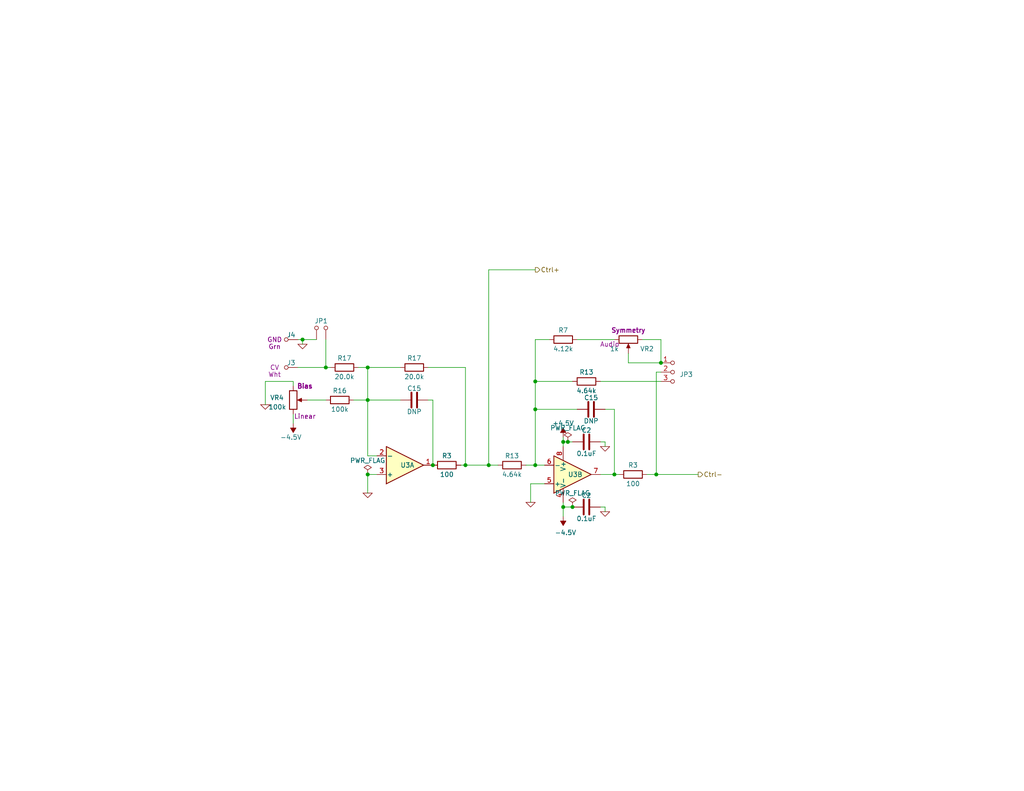
<source format=kicad_sch>
(kicad_sch (version 20230121) (generator eeschema)

  (uuid 1b1b5a12-1ec5-462d-a3ec-358dfe5c6771)

  (paper "A")

  (title_block
    (date "2023-05-15")
    (rev "A.00")
    (company "Celestial Circuits")
  )

  (lib_symbols
    (symbol "R_Potentiometer_1" (pin_numbers hide) (pin_names (offset 1.016) hide) (in_bom yes) (on_board yes)
      (property "Reference" "RV" (at -4.445 0 90)
        (effects (font (size 1.27 1.27)))
      )
      (property "Value" "R_Potentiometer" (at -2.54 0 90)
        (effects (font (size 1.27 1.27)))
      )
      (property "Footprint" "" (at 0 0 0)
        (effects (font (size 1.27 1.27)) hide)
      )
      (property "Datasheet" "~" (at 0 0 0)
        (effects (font (size 1.27 1.27)) hide)
      )
      (property "ki_keywords" "resistor variable" (at 0 0 0)
        (effects (font (size 1.27 1.27)) hide)
      )
      (property "ki_description" "Potentiometer" (at 0 0 0)
        (effects (font (size 1.27 1.27)) hide)
      )
      (property "ki_fp_filters" "Potentiometer*" (at 0 0 0)
        (effects (font (size 1.27 1.27)) hide)
      )
      (symbol "R_Potentiometer_1_0_1"
        (polyline
          (pts
            (xy 2.54 0)
            (xy 1.524 0)
          )
          (stroke (width 0) (type default))
          (fill (type none))
        )
        (polyline
          (pts
            (xy 1.143 0)
            (xy 2.286 0.508)
            (xy 2.286 -0.508)
            (xy 1.143 0)
          )
          (stroke (width 0) (type default))
          (fill (type outline))
        )
        (rectangle (start 1.016 2.54) (end -1.016 -2.54)
          (stroke (width 0.254) (type default))
          (fill (type none))
        )
      )
      (symbol "R_Potentiometer_1_1_1"
        (pin passive line (at 0 3.81 270) (length 1.27)
          (name "1" (effects (font (size 1.27 1.27))))
          (number "1" (effects (font (size 1.27 1.27))))
        )
        (pin passive line (at 3.81 0 180) (length 1.27)
          (name "2" (effects (font (size 1.27 1.27))))
          (number "2" (effects (font (size 1.27 1.27))))
        )
        (pin passive line (at 0 -3.81 90) (length 1.27)
          (name "3" (effects (font (size 1.27 1.27))))
          (number "3" (effects (font (size 1.27 1.27))))
        )
      )
    )
    (symbol "SLM:+4.5V" (power) (pin_names (offset 0)) (in_bom yes) (on_board yes)
      (property "Reference" "#PWR010" (at 0 -2.54 0)
        (effects (font (size 1.27 1.27)) hide)
      )
      (property "Value" "+4.5V" (at 0 3.81 0)
        (effects (font (size 1.27 1.27)))
      )
      (property "Footprint" "" (at 0 0 0)
        (effects (font (size 1.27 1.27)) hide)
      )
      (property "Datasheet" "" (at 0 0 0)
        (effects (font (size 1.27 1.27)) hide)
      )
      (property "ki_keywords" "global power" (at 0 0 0)
        (effects (font (size 1.27 1.27)) hide)
      )
      (property "ki_description" "Power symbol creates a global label with name \"-4.5V\"" (at 0 0 0)
        (effects (font (size 1.27 1.27)) hide)
      )
      (symbol "+4.5V_1_0"
        (pin power_in line (at 0 0 90) (length 0) hide
          (name "+4.5V" (effects (font (size 1.27 1.27))))
          (number "1" (effects (font (size 1.27 1.27))))
        )
      )
      (symbol "+4.5V_1_1"
        (polyline
          (pts
            (xy 0 0)
            (xy 0 1.27)
            (xy 0.762 1.27)
            (xy 0 2.54)
            (xy -0.762 1.27)
            (xy 0 1.27)
          )
          (stroke (width 0) (type default))
          (fill (type outline))
        )
      )
    )
    (symbol "SLM:-4.5V" (power) (pin_names (offset 0)) (in_bom yes) (on_board yes)
      (property "Reference" "#PWR024" (at 0 2.54 0)
        (effects (font (size 1.27 1.27)) hide)
      )
      (property "Value" "-4.5V" (at 0 -3.81 0)
        (effects (font (size 1.27 1.27)))
      )
      (property "Footprint" "" (at 0 0 0)
        (effects (font (size 1.27 1.27)) hide)
      )
      (property "Datasheet" "" (at 0 0 0)
        (effects (font (size 1.27 1.27)) hide)
      )
      (property "ki_keywords" "global power" (at 0 0 0)
        (effects (font (size 1.27 1.27)) hide)
      )
      (property "ki_description" "Power symbol creates a global label with name \"-4.5V\"" (at 0 0 0)
        (effects (font (size 1.27 1.27)) hide)
      )
      (symbol "-4.5V_0_1"
        (polyline
          (pts
            (xy 0 0)
            (xy 0 1.27)
            (xy 0.762 1.27)
            (xy 0 2.54)
            (xy -0.762 1.27)
            (xy 0 1.27)
          )
          (stroke (width 0) (type default))
          (fill (type outline))
        )
      )
      (symbol "-4.5V_1_0"
        (pin power_in line (at 0 0 90) (length 0) hide
          (name "-4.5V" (effects (font (size 1.27 1.27))))
          (number "1" (effects (font (size 1.27 1.27))))
        )
      )
    )
    (symbol "SLM:Banana_Jack" (pin_numbers hide) (pin_names hide) (in_bom yes) (on_board yes)
      (property "Reference" "J" (at 0 6.985 0)
        (effects (font (size 1.27 1.27)))
      )
      (property "Value" "" (at 0 0 0)
        (effects (font (size 1.27 1.27)))
      )
      (property "Footprint" "" (at 0 0 0)
        (effects (font (size 1.27 1.27)) hide)
      )
      (property "Datasheet" "" (at 0 0 0)
        (effects (font (size 1.27 1.27)) hide)
      )
      (property "Color" "Green" (at 0 5.08 0)
        (effects (font (size 1.27 1.27)))
      )
      (symbol "Banana_Jack_0_0"
        (circle (center 0 3.175) (radius 0.508)
          (stroke (width 0) (type default))
          (fill (type none))
        )
      )
      (symbol "Banana_Jack_1_1"
        (pin passive line (at 0 0 90) (length 2.54)
          (name "A" (effects (font (size 1.27 1.27))))
          (number "1" (effects (font (size 1.27 1.27))))
        )
      )
    )
    (symbol "SLM:Capacitor" (pin_numbers hide) (pin_names (offset 0.254)) (in_bom yes) (on_board yes)
      (property "Reference" "C3" (at 0 3.81 90)
        (effects (font (size 1.27 1.27)))
      )
      (property "Value" "33pF" (at 0.635 -3.81 90)
        (effects (font (size 1.27 1.27)))
      )
      (property "Footprint" "Capacitor_THT:C_Rect_L4.0mm_W2.5mm_P2.50mm" (at 3.81 0.9652 0)
        (effects (font (size 1.27 1.27)) hide)
      )
      (property "Datasheet" "~" (at 0 0 0)
        (effects (font (size 1.27 1.27)) hide)
      )
      (property "Dielectric" "NPO" (at 3.81 -1.27 90)
        (effects (font (size 1.27 1.27)))
      )
      (property "Manufacturer" "Vishay" (at 0 0 0)
        (effects (font (size 1.27 1.27)) hide)
      )
      (property "Part Number" "K330J10C0GH5TL2" (at 0 0 0)
        (effects (font (size 1.27 1.27)) hide)
      )
      (property "ki_keywords" "cap capacitor" (at 0 0 0)
        (effects (font (size 1.27 1.27)) hide)
      )
      (property "ki_description" "Unpolarized capacitor" (at 0 0 0)
        (effects (font (size 1.27 1.27)) hide)
      )
      (property "ki_fp_filters" "C_*" (at 0 0 0)
        (effects (font (size 1.27 1.27)) hide)
      )
      (symbol "Capacitor_0_1"
        (polyline
          (pts
            (xy -2.032 -0.762)
            (xy 2.032 -0.762)
          )
          (stroke (width 0.508) (type default))
          (fill (type none))
        )
        (polyline
          (pts
            (xy -2.032 0.762)
            (xy 2.032 0.762)
          )
          (stroke (width 0.508) (type default))
          (fill (type none))
        )
      )
      (symbol "Capacitor_1_1"
        (pin passive line (at 0 3.81 270) (length 2.794)
          (name "~" (effects (font (size 1.27 1.27))))
          (number "1" (effects (font (size 1.27 1.27))))
        )
        (pin passive line (at 0 -3.81 90) (length 2.794)
          (name "~" (effects (font (size 1.27 1.27))))
          (number "2" (effects (font (size 1.27 1.27))))
        )
      )
    )
    (symbol "SLM:Jumper_2" (pin_numbers hide) (pin_names (offset 0) hide) (in_bom yes) (on_board yes)
      (property "Reference" "JP1" (at -2.921 1.651 0)
        (effects (font (size 1.27 1.27)) (justify left))
      )
      (property "Value" "Jumper_3" (at 3.429 4.699 0)
        (effects (font (size 1.27 1.27)) (justify left) hide)
      )
      (property "Footprint" "" (at 0 0 0)
        (effects (font (size 1.27 1.27)) hide)
      )
      (property "Datasheet" "~" (at 4.953 0.635 0)
        (effects (font (size 1.27 1.27)) hide)
      )
      (property "Sim.Enable" "0" (at 4.953 0.635 0)
        (effects (font (size 1.27 1.27)) hide)
      )
      (property "ki_keywords" "Jumper " (at 0 0 0)
        (effects (font (size 1.27 1.27)) hide)
      )
      (property "ki_description" "Jumper, 2 position" (at 0 0 0)
        (effects (font (size 1.27 1.27)) hide)
      )
      (property "ki_fp_filters" "Jumper* TestPoint*3Pads* TestPoint*Bridge*" (at 0 0 0)
        (effects (font (size 1.27 1.27)) hide)
      )
      (symbol "Jumper_2_0_0"
        (circle (center -2.54 0) (radius 0.508)
          (stroke (width 0) (type default))
          (fill (type none))
        )
        (circle (center 0 0) (radius 0.508)
          (stroke (width 0) (type default))
          (fill (type none))
        )
      )
      (symbol "Jumper_2_1_1"
        (pin passive line (at -2.54 -3.175 90) (length 2.54)
          (name "1" (effects (font (size 1.27 1.27))))
          (number "1" (effects (font (size 1.27 1.27))))
        )
        (pin passive line (at 0 -3.175 90) (length 2.54)
          (name "2" (effects (font (size 1.27 1.27))))
          (number "2" (effects (font (size 1.27 1.27))))
        )
      )
    )
    (symbol "SLM:Jumper_3" (pin_names (offset 0) hide) (in_bom yes) (on_board yes)
      (property "Reference" "JP2" (at -2.794 1.651 0)
        (effects (font (size 1.27 1.27)) (justify left))
      )
      (property "Value" "Jumper_3" (at -4.699 3.429 0)
        (effects (font (size 1.27 1.27)) (justify left) hide)
      )
      (property "Footprint" "" (at 0 0 0)
        (effects (font (size 1.27 1.27)) hide)
      )
      (property "Datasheet" "~" (at -0.635 4.953 0)
        (effects (font (size 1.27 1.27)) hide)
      )
      (property "Sim.Enable" "0" (at -0.635 4.953 0)
        (effects (font (size 1.27 1.27)) hide)
      )
      (property "ki_keywords" "Jumper " (at 0 0 0)
        (effects (font (size 1.27 1.27)) hide)
      )
      (property "ki_description" "Jumper, 2 position" (at 0 0 0)
        (effects (font (size 1.27 1.27)) hide)
      )
      (property "ki_fp_filters" "Jumper* TestPoint*3Pads* TestPoint*Bridge*" (at 0 0 0)
        (effects (font (size 1.27 1.27)) hide)
      )
      (symbol "Jumper_3_0_0"
        (circle (center -2.54 0) (radius 0.508)
          (stroke (width 0) (type default))
          (fill (type none))
        )
        (circle (center 0 0) (radius 0.508)
          (stroke (width 0) (type default))
          (fill (type none))
        )
        (circle (center 2.54 0) (radius 0.508)
          (stroke (width 0) (type default))
          (fill (type none))
        )
      )
      (symbol "Jumper_3_1_1"
        (pin passive line (at -2.54 -3.175 90) (length 2.54)
          (name "1" (effects (font (size 1.27 1.27))))
          (number "1" (effects (font (size 1.27 1.27))))
        )
        (pin passive line (at 0 -3.175 90) (length 2.54)
          (name "2" (effects (font (size 1.27 1.27))))
          (number "2" (effects (font (size 1.27 1.27))))
        )
        (pin passive line (at 2.54 -3.175 90) (length 2.54)
          (name "3" (effects (font (size 1.27 1.27))))
          (number "3" (effects (font (size 1.27 1.27))))
        )
      )
    )
    (symbol "SLM:NJM4580" (pin_names (offset 0.127)) (in_bom yes) (on_board yes)
      (property "Reference" "U1" (at 0 8.89 0)
        (effects (font (size 1.27 1.27)))
      )
      (property "Value" "NJM4580" (at 0 6.35 0)
        (effects (font (size 1.27 1.27)))
      )
      (property "Footprint" "Package_DIP:DIP-8_W7.62mm_Socket_LongPads" (at 0 0 0)
        (effects (font (size 1.27 1.27)) hide)
      )
      (property "Datasheet" "http://www.njr.com/semicon/PDF/NJM4580_E.pdf" (at 0 0 0)
        (effects (font (size 1.27 1.27)) hide)
      )
      (property "Manufacturer" "Nishinbo" (at 0 0 0)
        (effects (font (size 1.27 1.27)) hide)
      )
      (property "Part Number" "NJM4580DD" (at 0 0 0)
        (effects (font (size 1.27 1.27)) hide)
      )
      (property "ki_locked" "" (at 0 0 0)
        (effects (font (size 1.27 1.27)))
      )
      (property "ki_keywords" "dual opamp" (at 0 0 0)
        (effects (font (size 1.27 1.27)) hide)
      )
      (property "ki_description" "Dual Operational Amplifier, DIP-8/DMP-8/SIP-8/MSOP-8/SOP-8/SSOP-8" (at 0 0 0)
        (effects (font (size 1.27 1.27)) hide)
      )
      (property "ki_fp_filters" "SOIC*3.9x4.9mm*P1.27mm* DIP*W7.62mm* TO*99* OnSemi*Micro8* TSSOP*3x3mm*P0.65mm* TSSOP*4.4x3mm*P0.65mm* MSOP*3x3mm*P0.65mm* SSOP*3.9x4.9mm*P0.635mm* LFCSP*2x2mm*P0.5mm* *SIP* SOIC*5.3x6.2mm*P1.27mm*" (at 0 0 0)
        (effects (font (size 1.27 1.27)) hide)
      )
      (symbol "NJM4580_1_1"
        (polyline
          (pts
            (xy -5.08 5.08)
            (xy 5.08 0)
            (xy -5.08 -5.08)
            (xy -5.08 5.08)
          )
          (stroke (width 0.254) (type default))
          (fill (type background))
        )
        (pin output line (at 7.62 0 180) (length 2.54)
          (name "~" (effects (font (size 1.27 1.27))))
          (number "1" (effects (font (size 1.27 1.27))))
        )
        (pin input line (at -7.62 -2.54 0) (length 2.54)
          (name "-" (effects (font (size 1.27 1.27))))
          (number "2" (effects (font (size 1.27 1.27))))
        )
        (pin input line (at -7.62 2.54 0) (length 2.54)
          (name "+" (effects (font (size 1.27 1.27))))
          (number "3" (effects (font (size 1.27 1.27))))
        )
      )
      (symbol "NJM4580_2_1"
        (polyline
          (pts
            (xy -5.08 5.08)
            (xy 5.08 0)
            (xy -5.08 -5.08)
            (xy -5.08 5.08)
          )
          (stroke (width 0.254) (type default))
          (fill (type background))
        )
        (pin input line (at -7.62 2.54 0) (length 2.54)
          (name "+" (effects (font (size 1.27 1.27))))
          (number "5" (effects (font (size 1.27 1.27))))
        )
        (pin input line (at -7.62 -2.54 0) (length 2.54)
          (name "-" (effects (font (size 1.27 1.27))))
          (number "6" (effects (font (size 1.27 1.27))))
        )
        (pin output line (at 7.62 0 180) (length 2.54)
          (name "~" (effects (font (size 1.27 1.27))))
          (number "7" (effects (font (size 1.27 1.27))))
        )
      )
      (symbol "NJM4580_3_1"
        (pin power_in line (at -2.54 -7.62 90) (length 3.81)
          (name "V-" (effects (font (size 1.27 1.27))))
          (number "4" (effects (font (size 1.27 1.27))))
        )
        (pin power_in line (at -2.54 7.62 270) (length 3.81)
          (name "V+" (effects (font (size 1.27 1.27))))
          (number "8" (effects (font (size 1.27 1.27))))
        )
      )
    )
    (symbol "SLM:R_Potentiometer" (pin_numbers hide) (pin_names (offset 1.016) hide) (in_bom yes) (on_board yes)
      (property "Reference" "VR1" (at 5.08 -1.905 90)
        (effects (font (size 1.27 1.27)))
      )
      (property "Value" "100k" (at -4.445 -1.905 90)
        (effects (font (size 1.27 1.27)))
      )
      (property "Footprint" "SLM Footprints:Potentiometer_Bourns_PTV09A-1_Single_Vertical" (at 0 0 0)
        (effects (font (size 1.27 1.27)) hide)
      )
      (property "Datasheet" "~" (at 0 0 0)
        (effects (font (size 1.27 1.27)) hide)
      )
      (property "Manufacturer" "Bourns" (at 0 0 0)
        (effects (font (size 1.27 1.27)) hide)
      )
      (property "Function" "Dry" (at 0 2.54 90)
        (effects (font (size 1.27 1.27) bold))
      )
      (property "Part Number" "PTV09A-4020U-B104" (at 0 0 0)
        (effects (font (size 1.27 1.27)) hide)
      )
      (property "Taper" "Audio" (at 2.032 -3.175 90)
        (effects (font (size 1.27 1.27)))
      )
      (property "ki_keywords" "resistor variable" (at 0 0 0)
        (effects (font (size 1.27 1.27)) hide)
      )
      (property "ki_description" "Potentiometer" (at 0 0 0)
        (effects (font (size 1.27 1.27)) hide)
      )
      (property "ki_fp_filters" "Potentiometer*" (at 0 0 0)
        (effects (font (size 1.27 1.27)) hide)
      )
      (symbol "R_Potentiometer_0_1"
        (polyline
          (pts
            (xy 2.54 0)
            (xy 1.524 0)
          )
          (stroke (width 0) (type default))
          (fill (type none))
        )
        (polyline
          (pts
            (xy 1.143 0)
            (xy 2.286 0.508)
            (xy 2.286 -0.508)
            (xy 1.143 0)
          )
          (stroke (width 0) (type default))
          (fill (type outline))
        )
        (rectangle (start 1.016 2.54) (end -1.016 -2.54)
          (stroke (width 0.254) (type default))
          (fill (type none))
        )
      )
      (symbol "R_Potentiometer_1_1"
        (pin passive line (at 0 3.81 270) (length 1.27)
          (name "1" (effects (font (size 1.27 1.27))))
          (number "1" (effects (font (size 1.27 1.27))))
        )
        (pin passive line (at 3.81 0 180) (length 1.27)
          (name "2" (effects (font (size 1.27 1.27))))
          (number "2" (effects (font (size 1.27 1.27))))
        )
        (pin passive line (at 0 -3.81 90) (length 1.27)
          (name "3" (effects (font (size 1.27 1.27))))
          (number "3" (effects (font (size 1.27 1.27))))
        )
      )
    )
    (symbol "SLM:Resistor_1/8_W" (pin_numbers hide) (pin_names (offset 0) hide) (in_bom yes) (on_board yes)
      (property "Reference" "R1" (at 0 1.905 90)
        (effects (font (size 1.27 1.27)))
      )
      (property "Value" "100k" (at 0 -2.54 90)
        (effects (font (size 1.27 1.27)))
      )
      (property "Footprint" "Resistor_THT:R_Axial_DIN0204_L3.6mm_D1.6mm_P5.08mm_Horizontal" (at 1.778 0 90)
        (effects (font (size 1.27 1.27)) hide)
      )
      (property "Datasheet" "~" (at 0 0 0)
        (effects (font (size 1.27 1.27)) hide)
      )
      (property "Tolerance" "1%" (at 3.81 -1.397 90)
        (effects (font (size 1.27 1.27)) hide)
      )
      (property "Power" "1/8W" (at -4.953 -1.397 90)
        (effects (font (size 1.27 1.27)) hide)
      )
      (property "Sim.Device" "R" (at 0 0 0)
        (effects (font (size 1.27 1.27)) hide)
      )
      (property "Sim.Pins" "1=+ 2=-" (at 0 0 0)
        (effects (font (size 1.27 1.27)) hide)
      )
      (property "Manufacturer" "SEI" (at 0 0 0)
        (effects (font (size 1.27 1.27)) hide)
      )
      (property "Part Number" "RNF18FTDxxxx" (at 0 0 0)
        (effects (font (size 1.27 1.27)) hide)
      )
      (property "ki_keywords" "R res resistor" (at 0 0 0)
        (effects (font (size 1.27 1.27)) hide)
      )
      (property "ki_description" "Resistor" (at 0 0 0)
        (effects (font (size 1.27 1.27)) hide)
      )
      (property "ki_fp_filters" "R_*" (at 0 0 0)
        (effects (font (size 1.27 1.27)) hide)
      )
      (symbol "Resistor_1/8_W_0_1"
        (rectangle (start -1.016 2.54) (end 1.016 -2.54)
          (stroke (width 0.254) (type default))
          (fill (type none))
        )
      )
      (symbol "Resistor_1/8_W_1_1"
        (pin passive line (at 0 3.81 270) (length 1.27)
          (name "~" (effects (font (size 1.27 1.27))))
          (number "1" (effects (font (size 1.27 1.27))))
        )
        (pin passive line (at 0 -3.81 90) (length 1.27)
          (name "~" (effects (font (size 1.27 1.27))))
          (number "2" (effects (font (size 1.27 1.27))))
        )
      )
    )
    (symbol "Simulation_SPICE:0" (power) (pin_names (offset 0)) (in_bom yes) (on_board yes)
      (property "Reference" "#GND" (at 0 -2.54 0)
        (effects (font (size 1.27 1.27)) hide)
      )
      (property "Value" "0" (at 0 -1.778 0)
        (effects (font (size 1.27 1.27)))
      )
      (property "Footprint" "" (at 0 0 0)
        (effects (font (size 1.27 1.27)) hide)
      )
      (property "Datasheet" "~" (at 0 0 0)
        (effects (font (size 1.27 1.27)) hide)
      )
      (property "ki_keywords" "simulation" (at 0 0 0)
        (effects (font (size 1.27 1.27)) hide)
      )
      (property "ki_description" "0V reference potential for simulation" (at 0 0 0)
        (effects (font (size 1.27 1.27)) hide)
      )
      (symbol "0_0_1"
        (polyline
          (pts
            (xy -1.27 0)
            (xy 0 -1.27)
            (xy 1.27 0)
            (xy -1.27 0)
          )
          (stroke (width 0) (type default))
          (fill (type none))
        )
      )
      (symbol "0_1_1"
        (pin power_in line (at 0 0 0) (length 0) hide
          (name "0" (effects (font (size 1.016 1.016))))
          (number "1" (effects (font (size 1.016 1.016))))
        )
      )
    )
    (symbol "power:PWR_FLAG" (power) (pin_numbers hide) (pin_names (offset 0) hide) (in_bom yes) (on_board yes)
      (property "Reference" "#FLG" (at 0 1.905 0)
        (effects (font (size 1.27 1.27)) hide)
      )
      (property "Value" "PWR_FLAG" (at 0 3.81 0)
        (effects (font (size 1.27 1.27)))
      )
      (property "Footprint" "" (at 0 0 0)
        (effects (font (size 1.27 1.27)) hide)
      )
      (property "Datasheet" "~" (at 0 0 0)
        (effects (font (size 1.27 1.27)) hide)
      )
      (property "ki_keywords" "flag power" (at 0 0 0)
        (effects (font (size 1.27 1.27)) hide)
      )
      (property "ki_description" "Special symbol for telling ERC where power comes from" (at 0 0 0)
        (effects (font (size 1.27 1.27)) hide)
      )
      (symbol "PWR_FLAG_0_0"
        (pin power_out line (at 0 0 90) (length 0)
          (name "pwr" (effects (font (size 1.27 1.27))))
          (number "1" (effects (font (size 1.27 1.27))))
        )
      )
      (symbol "PWR_FLAG_0_1"
        (polyline
          (pts
            (xy 0 0)
            (xy 0 1.27)
            (xy -1.016 1.905)
            (xy 0 2.54)
            (xy 1.016 1.905)
            (xy 0 1.27)
          )
          (stroke (width 0) (type default))
          (fill (type none))
        )
      )
    )
  )

  (junction (at 133.35 127) (diameter 0) (color 0 0 0 0)
    (uuid 0e94b6fc-9be3-4432-94c4-5a40c0ce6fb2)
  )
  (junction (at 100.33 129.54) (diameter 0) (color 0 0 0 0)
    (uuid 1e85c30e-2e97-43e8-bf83-079f1d5787a0)
  )
  (junction (at 118.11 127) (diameter 0) (color 0 0 0 0)
    (uuid 277fd4f0-11fd-4d36-8e97-9676facc3870)
  )
  (junction (at 153.67 120.65) (diameter 0) (color 0 0 0 0)
    (uuid 2a6a9b40-a596-4ff5-8c58-a9cd870a7307)
  )
  (junction (at 146.05 104.14) (diameter 0) (color 0 0 0 0)
    (uuid 3a5715bc-c79b-4683-8992-2876960d62ed)
  )
  (junction (at 153.67 138.43) (diameter 0) (color 0 0 0 0)
    (uuid 43e8f623-ab16-463d-91a5-fde1d37ca756)
  )
  (junction (at 156.21 138.43) (diameter 0) (color 0 0 0 0)
    (uuid 45f8e861-762c-4017-b5f2-d33add797b6d)
  )
  (junction (at 82.55 92.71) (diameter 0) (color 0 0 0 0)
    (uuid 48500cd1-efea-41fc-ba34-91b01de9dcf0)
  )
  (junction (at 127 127) (diameter 0) (color 0 0 0 0)
    (uuid 5dad1017-0930-4101-a7eb-0d766733ee86)
  )
  (junction (at 100.33 100.33) (diameter 0) (color 0 0 0 0)
    (uuid 67bb55d4-b065-4716-b1fd-e69fb7d3e215)
  )
  (junction (at 100.33 109.22) (diameter 0) (color 0 0 0 0)
    (uuid 6a9f4652-a168-4d9d-9bdd-9088ede8da88)
  )
  (junction (at 146.05 111.76) (diameter 0) (color 0 0 0 0)
    (uuid 6d9bf78e-2569-4879-bcf0-f0e162499a2e)
  )
  (junction (at 180.34 99.06) (diameter 0) (color 0 0 0 0)
    (uuid 9833808f-dc5c-462a-8b31-cce7c6ed0859)
  )
  (junction (at 146.05 127) (diameter 0) (color 0 0 0 0)
    (uuid ae8d71c5-1d32-4684-96af-59275f19e44b)
  )
  (junction (at 154.94 120.65) (diameter 0) (color 0 0 0 0)
    (uuid df7c07d3-2e45-4d1c-bfc7-8965628c883c)
  )
  (junction (at 167.64 129.54) (diameter 0) (color 0 0 0 0)
    (uuid e14797af-3f1e-4b89-a0df-2ac7b7743c2d)
  )
  (junction (at 179.07 129.54) (diameter 0) (color 0 0 0 0)
    (uuid e3f2bcb8-22bd-4c38-84ac-9c30081fb5b8)
  )
  (junction (at 88.9 100.33) (diameter 0) (color 0 0 0 0)
    (uuid f11300d9-9baa-41e4-b364-0961157a6db2)
  )

  (wire (pts (xy 165.1 111.76) (xy 167.64 111.76))
    (stroke (width 0) (type default))
    (uuid 039b8afc-1ca2-492a-953b-f728f8c37786)
  )
  (wire (pts (xy 82.55 92.71) (xy 81.28 92.71))
    (stroke (width 0) (type default))
    (uuid 05ccbabf-7f70-44dd-a051-36c6bcac8aec)
  )
  (wire (pts (xy 146.05 104.14) (xy 146.05 111.76))
    (stroke (width 0) (type default))
    (uuid 071ec717-7b3a-4219-91a5-db11821a200a)
  )
  (wire (pts (xy 72.39 104.14) (xy 80.01 104.14))
    (stroke (width 0) (type default))
    (uuid 0ae42f55-59b2-4166-bc34-54b8dd1e2f1d)
  )
  (wire (pts (xy 148.59 127) (xy 146.05 127))
    (stroke (width 0) (type default))
    (uuid 108398f3-450e-45e6-b4d3-ba1fa3a8d0ac)
  )
  (wire (pts (xy 144.78 132.08) (xy 144.78 137.16))
    (stroke (width 0) (type default))
    (uuid 152c02b2-1705-4a83-9cf2-a7163e41601e)
  )
  (wire (pts (xy 167.64 111.76) (xy 167.64 129.54))
    (stroke (width 0) (type default))
    (uuid 16541027-1e40-4475-b4d3-eb97e38da1dd)
  )
  (wire (pts (xy 154.94 120.65) (xy 153.67 120.65))
    (stroke (width 0) (type default))
    (uuid 1ca4c8b7-248c-46f5-98c7-c3b23725bad1)
  )
  (wire (pts (xy 80.01 104.14) (xy 80.01 105.41))
    (stroke (width 0) (type default))
    (uuid 200a82a5-d5c7-4258-9e97-0aa47e706261)
  )
  (wire (pts (xy 143.51 127) (xy 146.05 127))
    (stroke (width 0) (type default))
    (uuid 2a9a5e41-d145-4434-9941-bca434156b48)
  )
  (wire (pts (xy 153.67 138.43) (xy 153.67 137.16))
    (stroke (width 0) (type default))
    (uuid 2c007303-e457-49f0-a412-4ab97c487412)
  )
  (wire (pts (xy 80.01 115.57) (xy 80.01 113.03))
    (stroke (width 0) (type default))
    (uuid 2d3c831b-d851-47f5-acb0-d2bfa2c071f6)
  )
  (wire (pts (xy 133.35 73.66) (xy 146.05 73.66))
    (stroke (width 0) (type default))
    (uuid 2ef4418b-a3ef-4953-96d2-3b4b3979b80b)
  )
  (wire (pts (xy 179.07 101.6) (xy 179.07 129.54))
    (stroke (width 0) (type default))
    (uuid 3145c9fe-1d4b-4d46-9fc4-51e6602e5bbf)
  )
  (wire (pts (xy 97.79 100.33) (xy 100.33 100.33))
    (stroke (width 0) (type default))
    (uuid 37a7e812-e404-49d3-b2da-f5a6a3bf0069)
  )
  (wire (pts (xy 165.1 121.92) (xy 165.1 120.65))
    (stroke (width 0) (type default))
    (uuid 411b5c7f-2448-4a63-a75e-887e19bdd046)
  )
  (wire (pts (xy 180.34 92.71) (xy 180.34 99.06))
    (stroke (width 0) (type default))
    (uuid 425f6d4d-f3ed-49f5-bfe1-9b8b139efc96)
  )
  (wire (pts (xy 100.33 100.33) (xy 100.33 109.22))
    (stroke (width 0) (type default))
    (uuid 42ae40b8-784c-427f-ac84-679528c06ea7)
  )
  (wire (pts (xy 100.33 129.54) (xy 100.33 134.62))
    (stroke (width 0) (type default))
    (uuid 46c42777-0871-4052-a2c0-378ae8f495cb)
  )
  (wire (pts (xy 156.21 104.14) (xy 146.05 104.14))
    (stroke (width 0) (type default))
    (uuid 47866ab0-d1b9-460d-9e8d-8a805de94ad0)
  )
  (wire (pts (xy 153.67 119.38) (xy 153.67 120.65))
    (stroke (width 0) (type default))
    (uuid 48ffc3b8-53ce-4a6c-95c3-f270f614fc74)
  )
  (wire (pts (xy 165.1 120.65) (xy 163.83 120.65))
    (stroke (width 0) (type default))
    (uuid 496e21a6-3aa7-4317-97f6-618ef800e551)
  )
  (wire (pts (xy 82.55 93.98) (xy 82.55 92.71))
    (stroke (width 0) (type default))
    (uuid 49bbe0d5-1bcd-4275-883a-89917f10d856)
  )
  (wire (pts (xy 88.9 100.33) (xy 90.17 100.33))
    (stroke (width 0) (type default))
    (uuid 5106b2f4-36ec-488c-9afe-3d4dd371259c)
  )
  (wire (pts (xy 127 127) (xy 133.35 127))
    (stroke (width 0) (type default))
    (uuid 5ab8fb9b-a945-4da9-b6c5-02f32ed8c06d)
  )
  (wire (pts (xy 180.34 92.71) (xy 175.26 92.71))
    (stroke (width 0) (type default))
    (uuid 5e633b0f-f9b9-4221-960f-e7e81bb1876e)
  )
  (wire (pts (xy 100.33 109.22) (xy 100.33 124.46))
    (stroke (width 0) (type default))
    (uuid 60b23a06-fceb-4970-aece-7aa8affadb82)
  )
  (wire (pts (xy 125.73 127) (xy 127 127))
    (stroke (width 0) (type default))
    (uuid 611f214d-748f-4ff4-870a-2d4bd740ea61)
  )
  (wire (pts (xy 163.83 129.54) (xy 167.64 129.54))
    (stroke (width 0) (type default))
    (uuid 62b99542-6da6-4fc9-b47c-b83cfd80ebd5)
  )
  (wire (pts (xy 168.91 129.54) (xy 167.64 129.54))
    (stroke (width 0) (type default))
    (uuid 661f1fca-2b55-4bd3-9792-b982609c1b60)
  )
  (wire (pts (xy 100.33 109.22) (xy 109.22 109.22))
    (stroke (width 0) (type default))
    (uuid 666cb153-fdad-4f8d-b27c-e7d931c89100)
  )
  (wire (pts (xy 146.05 92.71) (xy 149.86 92.71))
    (stroke (width 0) (type default))
    (uuid 667c7e0c-92d8-4fd5-b65c-bd094d1d3a3a)
  )
  (wire (pts (xy 102.87 124.46) (xy 100.33 124.46))
    (stroke (width 0) (type default))
    (uuid 6795a145-4502-4001-9597-6a962e83deb3)
  )
  (wire (pts (xy 88.9 92.71) (xy 88.9 100.33))
    (stroke (width 0) (type default))
    (uuid 67aa7a73-7cde-444f-87bf-5b024ebf5b2c)
  )
  (wire (pts (xy 118.11 109.22) (xy 116.84 109.22))
    (stroke (width 0) (type default))
    (uuid 6ff11560-8c96-447c-b62d-2ac186c333e3)
  )
  (wire (pts (xy 100.33 129.54) (xy 102.87 129.54))
    (stroke (width 0) (type default))
    (uuid 745d7a57-7f68-489c-81e7-d31e5a143020)
  )
  (wire (pts (xy 116.84 100.33) (xy 127 100.33))
    (stroke (width 0) (type default))
    (uuid 874d798b-58c0-498f-bdc1-e89a083c7608)
  )
  (wire (pts (xy 171.45 99.06) (xy 180.34 99.06))
    (stroke (width 0) (type default))
    (uuid 8a28102a-0cac-4dfe-8727-7f433e35531b)
  )
  (wire (pts (xy 179.07 129.54) (xy 190.5 129.54))
    (stroke (width 0) (type default))
    (uuid 978baf56-79cb-4688-b1ab-0dc826167790)
  )
  (wire (pts (xy 133.35 127) (xy 135.89 127))
    (stroke (width 0) (type default))
    (uuid 99e1accb-2d5f-40d9-bc9e-73452cd1a1d2)
  )
  (wire (pts (xy 146.05 92.71) (xy 146.05 104.14))
    (stroke (width 0) (type default))
    (uuid 9d19ae58-ab94-4ab2-aedf-db0c0d320ebe)
  )
  (wire (pts (xy 72.39 110.49) (xy 72.39 104.14))
    (stroke (width 0) (type default))
    (uuid 9e8476a6-76ca-430a-9362-a45e8ddaf51e)
  )
  (wire (pts (xy 82.55 92.71) (xy 86.36 92.71))
    (stroke (width 0) (type default))
    (uuid a042369f-4767-4baa-9fbb-602626fb0c21)
  )
  (wire (pts (xy 81.28 100.33) (xy 88.9 100.33))
    (stroke (width 0) (type default))
    (uuid a1841fe7-e01d-481d-abd4-4313e70db691)
  )
  (wire (pts (xy 146.05 111.76) (xy 157.48 111.76))
    (stroke (width 0) (type default))
    (uuid a93afdc5-2c61-4ffa-b69d-e738e4054f41)
  )
  (wire (pts (xy 176.53 129.54) (xy 179.07 129.54))
    (stroke (width 0) (type default))
    (uuid aa2708de-f154-4c28-a7ce-7a3b1f96d70a)
  )
  (wire (pts (xy 153.67 140.97) (xy 153.67 138.43))
    (stroke (width 0) (type default))
    (uuid af0fe6cf-92c9-4e4c-8881-e74a37a8a810)
  )
  (wire (pts (xy 118.11 109.22) (xy 118.11 127))
    (stroke (width 0) (type default))
    (uuid b03f0f3b-e597-44ac-bac0-b466c8c5b0ec)
  )
  (wire (pts (xy 100.33 100.33) (xy 109.22 100.33))
    (stroke (width 0) (type default))
    (uuid b40ac0e9-d731-4d6b-a837-8c0d0dca5233)
  )
  (wire (pts (xy 146.05 111.76) (xy 146.05 127))
    (stroke (width 0) (type default))
    (uuid b5770dc3-0af6-4a77-a651-489ac8f429a5)
  )
  (wire (pts (xy 133.35 73.66) (xy 133.35 127))
    (stroke (width 0) (type default))
    (uuid bffac149-1249-4d93-81bc-0e73871ce0c2)
  )
  (wire (pts (xy 180.34 101.6) (xy 179.07 101.6))
    (stroke (width 0) (type default))
    (uuid c7908340-9633-48a0-859e-fffa169cf281)
  )
  (wire (pts (xy 165.1 139.7) (xy 165.1 138.43))
    (stroke (width 0) (type default))
    (uuid cbf8d035-9c42-4479-9c3b-e849a5ef3132)
  )
  (wire (pts (xy 83.82 109.22) (xy 88.9 109.22))
    (stroke (width 0) (type default))
    (uuid d06a0ff4-2042-4260-b3ea-fd9c355b68b6)
  )
  (wire (pts (xy 165.1 138.43) (xy 163.83 138.43))
    (stroke (width 0) (type default))
    (uuid d436515e-e87e-44a0-9431-317c52c21f88)
  )
  (wire (pts (xy 96.52 109.22) (xy 100.33 109.22))
    (stroke (width 0) (type default))
    (uuid da8fa1ca-4584-42ef-8c2c-0421abbf8375)
  )
  (wire (pts (xy 157.48 92.71) (xy 167.64 92.71))
    (stroke (width 0) (type default))
    (uuid dac596f3-ea54-48c5-bec9-2b90c10088ee)
  )
  (wire (pts (xy 156.21 120.65) (xy 154.94 120.65))
    (stroke (width 0) (type default))
    (uuid dbe2826b-dd22-4111-968d-dcc75ffb684c)
  )
  (wire (pts (xy 153.67 120.65) (xy 153.67 121.92))
    (stroke (width 0) (type default))
    (uuid de150aac-9a35-4c57-9ee5-cfb9155d95ef)
  )
  (wire (pts (xy 171.45 96.52) (xy 171.45 99.06))
    (stroke (width 0) (type default))
    (uuid e2f5bef2-fece-4c15-8ebd-4fc1695653d0)
  )
  (wire (pts (xy 156.21 138.43) (xy 153.67 138.43))
    (stroke (width 0) (type default))
    (uuid e4297d5f-abba-4573-9d3f-a33d68307a9a)
  )
  (wire (pts (xy 163.83 104.14) (xy 180.34 104.14))
    (stroke (width 0) (type default))
    (uuid e79892a9-c7e1-44d1-a602-cb96b66ae5a1)
  )
  (wire (pts (xy 144.78 132.08) (xy 148.59 132.08))
    (stroke (width 0) (type default))
    (uuid e84264de-b28f-4146-9ec9-739fe2577764)
  )
  (wire (pts (xy 127 100.33) (xy 127 127))
    (stroke (width 0) (type default))
    (uuid f271701f-e116-4607-9c19-2cfd98109913)
  )

  (hierarchical_label "Ctrl-" (shape output) (at 190.5 129.54 0) (fields_autoplaced)
    (effects (font (size 1.27 1.27)) (justify left))
    (uuid 649a0bdb-46e0-48fa-a29d-c0c21c7906ae)
  )
  (hierarchical_label "Ctrl+" (shape output) (at 146.05 73.66 0) (fields_autoplaced)
    (effects (font (size 1.27 1.27)) (justify left))
    (uuid e6f2baa5-c7f8-4e6a-9b98-067d6031e4e7)
  )

  (symbol (lib_id "SLM:Jumper_3") (at 183.515 101.6 270) (unit 1)
    (in_bom yes) (on_board yes) (dnp no) (fields_autoplaced)
    (uuid 03f37fa7-2008-4dca-9f01-249fccceddbc)
    (property "Reference" "JP3" (at 185.42 102.235 90)
      (effects (font (size 1.27 1.27)) (justify left))
    )
    (property "Value" "Jumper_3" (at 186.944 96.901 0)
      (effects (font (size 1.27 1.27)) (justify left) hide)
    )
    (property "Footprint" "SLM Footprints:Jumper_3_Pitch2.54mm_Drill0.7mm" (at 183.515 101.6 0)
      (effects (font (size 1.27 1.27)) hide)
    )
    (property "Datasheet" "~" (at 188.468 100.965 0)
      (effects (font (size 1.27 1.27)) hide)
    )
    (property "Sim.Enable" "0" (at 188.468 100.965 0)
      (effects (font (size 1.27 1.27)) hide)
    )
    (property "Manufacturer" "Sullins" (at 183.515 101.6 0)
      (effects (font (size 1.27 1.27)) hide)
    )
    (property "Part Number" "PBC36SABN" (at 183.515 101.6 0)
      (effects (font (size 1.27 1.27)) hide)
    )
    (pin "1" (uuid 6aa8d9d1-e7a5-4f03-835d-c0d98e8796a8))
    (pin "2" (uuid 09669b3e-980d-434c-8123-1a15669d65f6))
    (pin "3" (uuid 2f9a38a9-853b-4e7d-a99d-0517c24d048e))
    (instances
      (project "Diode Bridge Experiment"
        (path "/d54e47c7-dd86-441b-8b51-ae7ab5a50560"
          (reference "JP3") (unit 1)
        )
        (path "/d54e47c7-dd86-441b-8b51-ae7ab5a50560/83400051-fe61-4400-9232-9f623bbffeb3/c4de412e-c25e-41c8-9526-095f8c0e25dd"
          (reference "JP2") (unit 1)
        )
      )
    )
  )

  (symbol (lib_id "SLM:Resistor_1/8_W") (at 172.72 129.54 90) (unit 1)
    (in_bom yes) (on_board yes) (dnp no)
    (uuid 11aba295-9de2-4695-a911-745cfc571258)
    (property "Reference" "R3" (at 172.72 127 90)
      (effects (font (size 1.27 1.27)))
    )
    (property "Value" "100" (at 172.72 132.08 90)
      (effects (font (size 1.27 1.27)))
    )
    (property "Footprint" "SLM Footprints:R_Axial_DIN0204_L3.6mm_D1.6mm_P5.08mm_Horizontal" (at 172.72 127.762 90)
      (effects (font (size 1.27 1.27)) hide)
    )
    (property "Datasheet" "~" (at 172.72 129.54 0)
      (effects (font (size 1.27 1.27)) hide)
    )
    (property "Tolerance" "1%" (at 174.117 125.73 90)
      (effects (font (size 1.27 1.27)) hide)
    )
    (property "Manufacturer" "SEI" (at 172.72 129.54 0)
      (effects (font (size 1.27 1.27)) hide)
    )
    (property "Part Number" "RNF18FTDxxxx" (at 172.72 129.54 0)
      (effects (font (size 1.27 1.27)) hide)
    )
    (property "Sim.Device" "R" (at 172.72 129.54 0)
      (effects (font (size 1.27 1.27)) hide)
    )
    (property "Sim.Pins" "1=+ 2=-" (at 172.72 129.54 0)
      (effects (font (size 1.27 1.27)) hide)
    )
    (property "Power Rating" "1/8W" (at 172.72 129.54 0)
      (effects (font (size 1.27 1.27)) hide)
    )
    (pin "1" (uuid 729f0ed4-3bce-4e6f-b61e-d8f2ca7ca41e))
    (pin "2" (uuid 7654cbc4-08e7-4af8-951b-eef2cd264a5e))
    (instances
      (project "Diode Bridge Experiment"
        (path "/d54e47c7-dd86-441b-8b51-ae7ab5a50560"
          (reference "R3") (unit 1)
        )
        (path "/d54e47c7-dd86-441b-8b51-ae7ab5a50560/e20a8a79-3ab8-4940-9186-df8f6a0eaea2"
          (reference "R37") (unit 1)
        )
        (path "/d54e47c7-dd86-441b-8b51-ae7ab5a50560/83400051-fe61-4400-9232-9f623bbffeb3/c4de412e-c25e-41c8-9526-095f8c0e25dd"
          (reference "R24") (unit 1)
        )
      )
    )
  )

  (symbol (lib_id "SLM:NJM4580") (at 156.21 129.54 0) (unit 3)
    (in_bom yes) (on_board yes) (dnp no) (fields_autoplaced)
    (uuid 135b45f1-65af-435a-bd1d-f11dae17cd80)
    (property "Reference" "U2" (at 154.94 128.905 0)
      (effects (font (size 1.27 1.27)) (justify left) hide)
    )
    (property "Value" "NJM4580" (at 154.94 131.445 0)
      (effects (font (size 1.27 1.27)) (justify left) hide)
    )
    (property "Footprint" "SLM Footprints:DIP-8_W7.62mm_Socket_LongPads" (at 156.21 129.54 0)
      (effects (font (size 1.27 1.27)) hide)
    )
    (property "Datasheet" "http://www.njr.com/semicon/PDF/NJM4580_E.pdf" (at 156.21 129.54 0)
      (effects (font (size 1.27 1.27)) hide)
    )
    (property "Manufacturer" "Nishinbo" (at 156.21 129.54 0)
      (effects (font (size 1.27 1.27)) hide)
    )
    (property "Part Number" "NJM4580DD" (at 156.21 129.54 0)
      (effects (font (size 1.27 1.27)) hide)
    )
    (pin "1" (uuid e4a5949a-8cf3-4236-99e2-1f432baef8a7))
    (pin "2" (uuid 11747473-43de-4e75-95b6-257532e171b4))
    (pin "3" (uuid 6e0e7e71-1559-4241-bb0b-0feb426f72b3))
    (pin "5" (uuid c08257ea-9188-4e91-aa88-35c3d8d0f164))
    (pin "6" (uuid 7ba53052-4047-4143-a7c6-bb411e911049))
    (pin "7" (uuid d74e749f-ea84-41c8-847e-98d77441d6cb))
    (pin "4" (uuid dd8b6223-7912-485f-82d2-c5c9fd3fbb21))
    (pin "8" (uuid af0db8a6-ed12-41c4-a493-4d97e3225223))
    (instances
      (project "Diode Bridge Experiment"
        (path "/d54e47c7-dd86-441b-8b51-ae7ab5a50560"
          (reference "U2") (unit 3)
        )
        (path "/d54e47c7-dd86-441b-8b51-ae7ab5a50560/83400051-fe61-4400-9232-9f623bbffeb3/c4de412e-c25e-41c8-9526-095f8c0e25dd"
          (reference "U3") (unit 3)
        )
      )
    )
  )

  (symbol (lib_id "SLM:Resistor_1/8_W") (at 153.67 92.71 90) (unit 1)
    (in_bom yes) (on_board yes) (dnp no)
    (uuid 16cf4ce4-1c8b-4cfc-92ba-c4ea2385c29d)
    (property "Reference" "R7" (at 153.67 90.17 90)
      (effects (font (size 1.27 1.27)))
    )
    (property "Value" "4.12k" (at 153.67 95.25 90)
      (effects (font (size 1.27 1.27)))
    )
    (property "Footprint" "SLM Footprints:R_Axial_DIN0204_L3.6mm_D1.6mm_P5.08mm_Horizontal" (at 155.448 92.71 90)
      (effects (font (size 1.27 1.27)) hide)
    )
    (property "Datasheet" "~" (at 153.67 92.71 0)
      (effects (font (size 1.27 1.27)) hide)
    )
    (property "Tolerance" "1%" (at 155.067 88.9 90)
      (effects (font (size 1.27 1.27)) hide)
    )
    (property "Manufacturer" "SEI" (at 153.67 92.71 0)
      (effects (font (size 1.27 1.27)) hide)
    )
    (property "Part Number" "RNF18FTDxxxx" (at 153.67 92.71 0)
      (effects (font (size 1.27 1.27)) hide)
    )
    (property "Sim.Device" "R" (at 153.67 92.71 0)
      (effects (font (size 1.27 1.27)) hide)
    )
    (property "Sim.Pins" "1=+ 2=-" (at 153.67 92.71 0)
      (effects (font (size 1.27 1.27)) hide)
    )
    (property "Power Rating" "1/8W" (at 153.67 92.71 0)
      (effects (font (size 1.27 1.27)) hide)
    )
    (pin "1" (uuid feae01db-60c8-4702-bdc4-7ac64eb30308))
    (pin "2" (uuid 7772b784-a17b-467f-93fb-357155ead523))
    (instances
      (project "Diode Bridge Experiment"
        (path "/d54e47c7-dd86-441b-8b51-ae7ab5a50560"
          (reference "R7") (unit 1)
        )
        (path "/d54e47c7-dd86-441b-8b51-ae7ab5a50560/83400051-fe61-4400-9232-9f623bbffeb3/c4de412e-c25e-41c8-9526-095f8c0e25dd"
          (reference "R22") (unit 1)
        )
      )
    )
  )

  (symbol (lib_id "Simulation_SPICE:0") (at 72.39 110.49 0) (unit 1)
    (in_bom yes) (on_board yes) (dnp no) (fields_autoplaced)
    (uuid 1e96dce6-7365-4603-b377-3eed663ae44a)
    (property "Reference" "#GND017" (at 72.39 113.03 0)
      (effects (font (size 1.27 1.27)) hide)
    )
    (property "Value" "0" (at 72.39 109.22 0)
      (effects (font (size 1.27 1.27)) hide)
    )
    (property "Footprint" "" (at 72.39 110.49 0)
      (effects (font (size 1.27 1.27)) hide)
    )
    (property "Datasheet" "~" (at 72.39 110.49 0)
      (effects (font (size 1.27 1.27)) hide)
    )
    (pin "1" (uuid 8ef48ac0-0e48-4a2e-8c34-6dffc9f7d384))
    (instances
      (project "Diode Bridge Experiment"
        (path "/d54e47c7-dd86-441b-8b51-ae7ab5a50560"
          (reference "#GND017") (unit 1)
        )
        (path "/d54e47c7-dd86-441b-8b51-ae7ab5a50560/83400051-fe61-4400-9232-9f623bbffeb3/c4de412e-c25e-41c8-9526-095f8c0e25dd"
          (reference "#GND010") (unit 1)
        )
      )
    )
  )

  (symbol (lib_id "SLM:+4.5V") (at 153.67 119.38 0) (unit 1)
    (in_bom yes) (on_board yes) (dnp no)
    (uuid 25f8a201-91aa-4980-829d-6631c55301d0)
    (property "Reference" "#PWR03" (at 153.67 121.92 0)
      (effects (font (size 1.27 1.27)) hide)
    )
    (property "Value" "+4.5V" (at 153.67 115.57 0)
      (effects (font (size 1.27 1.27)))
    )
    (property "Footprint" "" (at 153.67 119.38 0)
      (effects (font (size 1.27 1.27)) hide)
    )
    (property "Datasheet" "" (at 153.67 119.38 0)
      (effects (font (size 1.27 1.27)) hide)
    )
    (pin "1" (uuid 4daedf54-cf91-4ed4-aadb-dcf848cfd66a))
    (instances
      (project "Diode Bridge Experiment"
        (path "/d54e47c7-dd86-441b-8b51-ae7ab5a50560"
          (reference "#PWR03") (unit 1)
        )
        (path "/d54e47c7-dd86-441b-8b51-ae7ab5a50560/83400051-fe61-4400-9232-9f623bbffeb3/c4de412e-c25e-41c8-9526-095f8c0e25dd"
          (reference "#PWR015") (unit 1)
        )
      )
    )
  )

  (symbol (lib_id "SLM:Jumper_2") (at 88.9 89.535 0) (unit 1)
    (in_bom yes) (on_board yes) (dnp no) (fields_autoplaced)
    (uuid 3128e590-37f6-4a69-b331-9be00c859e53)
    (property "Reference" "JP1" (at 87.63 87.63 0)
      (effects (font (size 1.27 1.27)))
    )
    (property "Value" "Jumper_2" (at 92.329 84.836 0)
      (effects (font (size 1.27 1.27)) (justify left) hide)
    )
    (property "Footprint" "SLM Footprints:Jumper_2_Pitch2.54mm_Drill0.7mm" (at 88.9 89.535 0)
      (effects (font (size 1.27 1.27)) hide)
    )
    (property "Datasheet" "~" (at 93.853 88.9 0)
      (effects (font (size 1.27 1.27)) hide)
    )
    (property "Sim.Enable" "0" (at 93.853 88.9 0)
      (effects (font (size 1.27 1.27)) hide)
    )
    (property "Manufacturer" "Sullins" (at 88.9 89.535 0)
      (effects (font (size 1.27 1.27)) hide)
    )
    (property "Part Number" "PBC36SABN" (at 88.9 89.535 0)
      (effects (font (size 1.27 1.27)) hide)
    )
    (pin "1" (uuid b61c5f82-4839-4600-b7f0-67902c54c873))
    (pin "2" (uuid 82122704-21b2-4f1e-bb0d-d4dc6140cd0b))
    (instances
      (project "Diode Bridge Experiment"
        (path "/d54e47c7-dd86-441b-8b51-ae7ab5a50560"
          (reference "JP1") (unit 1)
        )
        (path "/d54e47c7-dd86-441b-8b51-ae7ab5a50560/83400051-fe61-4400-9232-9f623bbffeb3/c4de412e-c25e-41c8-9526-095f8c0e25dd"
          (reference "JP1") (unit 1)
        )
      )
    )
  )

  (symbol (lib_id "SLM:Resistor_1/8_W") (at 121.92 127 90) (unit 1)
    (in_bom yes) (on_board yes) (dnp no)
    (uuid 3900e5bc-487f-44bd-9e4e-76fc25518aec)
    (property "Reference" "R3" (at 121.92 124.46 90)
      (effects (font (size 1.27 1.27)))
    )
    (property "Value" "100" (at 121.92 129.54 90)
      (effects (font (size 1.27 1.27)))
    )
    (property "Footprint" "SLM Footprints:R_Axial_DIN0204_L3.6mm_D1.6mm_P5.08mm_Horizontal" (at 121.92 125.222 90)
      (effects (font (size 1.27 1.27)) hide)
    )
    (property "Datasheet" "~" (at 121.92 127 0)
      (effects (font (size 1.27 1.27)) hide)
    )
    (property "Tolerance" "1%" (at 123.317 123.19 90)
      (effects (font (size 1.27 1.27)) hide)
    )
    (property "Manufacturer" "SEI" (at 121.92 127 0)
      (effects (font (size 1.27 1.27)) hide)
    )
    (property "Part Number" "RNF18FTDxxxx" (at 121.92 127 0)
      (effects (font (size 1.27 1.27)) hide)
    )
    (property "Sim.Device" "R" (at 121.92 127 0)
      (effects (font (size 1.27 1.27)) hide)
    )
    (property "Sim.Pins" "1=+ 2=-" (at 121.92 127 0)
      (effects (font (size 1.27 1.27)) hide)
    )
    (property "Power Rating" "1/8W" (at 121.92 127 0)
      (effects (font (size 1.27 1.27)) hide)
    )
    (pin "1" (uuid 636bc7ba-8650-4a3b-b210-c2438c8be067))
    (pin "2" (uuid c268a36a-b4f1-41a8-b0b7-5e39486d3e9d))
    (instances
      (project "Diode Bridge Experiment"
        (path "/d54e47c7-dd86-441b-8b51-ae7ab5a50560"
          (reference "R3") (unit 1)
        )
        (path "/d54e47c7-dd86-441b-8b51-ae7ab5a50560/e20a8a79-3ab8-4940-9186-df8f6a0eaea2"
          (reference "R37") (unit 1)
        )
        (path "/d54e47c7-dd86-441b-8b51-ae7ab5a50560/83400051-fe61-4400-9232-9f623bbffeb3/c4de412e-c25e-41c8-9526-095f8c0e25dd"
          (reference "R20") (unit 1)
        )
      )
    )
  )

  (symbol (lib_id "SLM:-4.5V") (at 153.67 140.97 180) (unit 1)
    (in_bom yes) (on_board yes) (dnp no)
    (uuid 3b9e56f1-5965-460f-8338-fab4a753fe23)
    (property "Reference" "#PWR04" (at 153.67 138.43 0)
      (effects (font (size 1.27 1.27)) hide)
    )
    (property "Value" "-4.5V" (at 154.305 145.415 0)
      (effects (font (size 1.27 1.27)))
    )
    (property "Footprint" "" (at 153.67 140.97 0)
      (effects (font (size 1.27 1.27)) hide)
    )
    (property "Datasheet" "" (at 153.67 140.97 0)
      (effects (font (size 1.27 1.27)) hide)
    )
    (pin "1" (uuid 58c50094-986a-4399-bffd-e16fb70a0c2c))
    (instances
      (project "Diode Bridge Experiment"
        (path "/d54e47c7-dd86-441b-8b51-ae7ab5a50560"
          (reference "#PWR04") (unit 1)
        )
        (path "/d54e47c7-dd86-441b-8b51-ae7ab5a50560/83400051-fe61-4400-9232-9f623bbffeb3/c4de412e-c25e-41c8-9526-095f8c0e25dd"
          (reference "#PWR016") (unit 1)
        )
      )
    )
  )

  (symbol (lib_id "power:PWR_FLAG") (at 156.21 138.43 0) (unit 1)
    (in_bom yes) (on_board yes) (dnp no) (fields_autoplaced)
    (uuid 3dc9ca98-ef30-420e-9407-d1d4c13cac26)
    (property "Reference" "#FLG03" (at 156.21 136.525 0)
      (effects (font (size 1.27 1.27)) hide)
    )
    (property "Value" "PWR_FLAG" (at 156.21 134.62 0)
      (effects (font (size 1.27 1.27)))
    )
    (property "Footprint" "" (at 156.21 138.43 0)
      (effects (font (size 1.27 1.27)) hide)
    )
    (property "Datasheet" "~" (at 156.21 138.43 0)
      (effects (font (size 1.27 1.27)) hide)
    )
    (pin "1" (uuid 3251eb71-b84a-463d-8500-1330408e90a1))
    (instances
      (project "Diode Bridge Experiment"
        (path "/d54e47c7-dd86-441b-8b51-ae7ab5a50560/83400051-fe61-4400-9232-9f623bbffeb3/c4de412e-c25e-41c8-9526-095f8c0e25dd"
          (reference "#FLG03") (unit 1)
        )
      )
    )
  )

  (symbol (lib_id "SLM:Capacitor") (at 113.03 109.22 270) (unit 1)
    (in_bom yes) (on_board yes) (dnp no)
    (uuid 43b68b7d-8da1-42d0-b60c-a1ab1d3c48f5)
    (property "Reference" "C15" (at 113.03 106.045 90)
      (effects (font (size 1.27 1.27)))
    )
    (property "Value" "DNP" (at 113.03 112.395 90)
      (effects (font (size 1.27 1.27)))
    )
    (property "Footprint" "SLM Footprints:C_Rect_L4.0mm_W2.5mm_P2.50mm" (at 109.22 110.1852 0)
      (effects (font (size 1.27 1.27)) hide)
    )
    (property "Datasheet" "~" (at 113.03 109.22 0)
      (effects (font (size 1.27 1.27)) hide)
    )
    (property "Manufacturer" "Vishay" (at 113.03 109.22 0)
      (effects (font (size 1.27 1.27)) hide)
    )
    (property "Part Number" "K330J10C0GH5TL2" (at 113.03 109.22 0)
      (effects (font (size 1.27 1.27)) hide)
    )
    (pin "1" (uuid b3230b6a-c197-4188-9783-3560fdde1c85))
    (pin "2" (uuid e6b3b40c-a109-4c0f-acaf-9fe4a1db3d09))
    (instances
      (project "Diode Bridge Experiment"
        (path "/d54e47c7-dd86-441b-8b51-ae7ab5a50560"
          (reference "C15") (unit 1)
        )
        (path "/d54e47c7-dd86-441b-8b51-ae7ab5a50560/83400051-fe61-4400-9232-9f623bbffeb3/c4de412e-c25e-41c8-9526-095f8c0e25dd"
          (reference "C13") (unit 1)
        )
      )
    )
  )

  (symbol (lib_id "SLM:-4.5V") (at 80.01 115.57 180) (unit 1)
    (in_bom yes) (on_board yes) (dnp no)
    (uuid 55f479c9-e670-42d3-9097-41d8eef0a59b)
    (property "Reference" "#PWR011" (at 80.01 113.03 0)
      (effects (font (size 1.27 1.27)) hide)
    )
    (property "Value" "-4.5V" (at 79.375 119.38 0)
      (effects (font (size 1.27 1.27)))
    )
    (property "Footprint" "" (at 80.01 115.57 0)
      (effects (font (size 1.27 1.27)) hide)
    )
    (property "Datasheet" "" (at 80.01 115.57 0)
      (effects (font (size 1.27 1.27)) hide)
    )
    (pin "1" (uuid d3fe8093-cc8a-48eb-9bc9-9cbf92ce6c8a))
    (instances
      (project "Diode Bridge Experiment"
        (path "/d54e47c7-dd86-441b-8b51-ae7ab5a50560"
          (reference "#PWR011") (unit 1)
        )
        (path "/d54e47c7-dd86-441b-8b51-ae7ab5a50560/83400051-fe61-4400-9232-9f623bbffeb3/c4de412e-c25e-41c8-9526-095f8c0e25dd"
          (reference "#PWR014") (unit 1)
        )
      )
    )
  )

  (symbol (lib_id "SLM:Resistor_1/8_W") (at 160.02 104.14 90) (unit 1)
    (in_bom yes) (on_board yes) (dnp no)
    (uuid 565ffe62-a1d8-46c5-ae20-4bb72ceaf377)
    (property "Reference" "R13" (at 160.02 101.6 90)
      (effects (font (size 1.27 1.27)))
    )
    (property "Value" "4.64k" (at 160.02 106.68 90)
      (effects (font (size 1.27 1.27)))
    )
    (property "Footprint" "SLM Footprints:R_Axial_DIN0204_L3.6mm_D1.6mm_P5.08mm_Horizontal" (at 161.798 104.14 90)
      (effects (font (size 1.27 1.27)) hide)
    )
    (property "Datasheet" "~" (at 160.02 104.14 0)
      (effects (font (size 1.27 1.27)) hide)
    )
    (property "Tolerance" "1%" (at 161.417 100.33 90)
      (effects (font (size 1.27 1.27)) hide)
    )
    (property "Manufacturer" "SEI" (at 160.02 104.14 0)
      (effects (font (size 1.27 1.27)) hide)
    )
    (property "Part Number" "RNF18FTDxxxx" (at 160.02 104.14 0)
      (effects (font (size 1.27 1.27)) hide)
    )
    (property "Sim.Device" "R" (at 160.02 104.14 0)
      (effects (font (size 1.27 1.27)) hide)
    )
    (property "Sim.Pins" "1=+ 2=-" (at 160.02 104.14 0)
      (effects (font (size 1.27 1.27)) hide)
    )
    (property "Power Rating" "1/8W" (at 160.02 104.14 0)
      (effects (font (size 1.27 1.27)) hide)
    )
    (pin "1" (uuid 3d0c5b0c-3aa4-4e7e-8d5c-bead246cfdc9))
    (pin "2" (uuid 0e409ddd-9199-4820-ac31-6510aa1c1a14))
    (instances
      (project "Diode Bridge Experiment"
        (path "/d54e47c7-dd86-441b-8b51-ae7ab5a50560"
          (reference "R13") (unit 1)
        )
        (path "/d54e47c7-dd86-441b-8b51-ae7ab5a50560/83400051-fe61-4400-9232-9f623bbffeb3/c4de412e-c25e-41c8-9526-095f8c0e25dd"
          (reference "R23") (unit 1)
        )
      )
    )
  )

  (symbol (lib_id "power:PWR_FLAG") (at 100.33 129.54 0) (unit 1)
    (in_bom yes) (on_board yes) (dnp no) (fields_autoplaced)
    (uuid 678e1fff-74cc-4d00-9d44-2cfaac782641)
    (property "Reference" "#FLG01" (at 100.33 127.635 0)
      (effects (font (size 1.27 1.27)) hide)
    )
    (property "Value" "PWR_FLAG" (at 100.33 125.73 0)
      (effects (font (size 1.27 1.27)))
    )
    (property "Footprint" "" (at 100.33 129.54 0)
      (effects (font (size 1.27 1.27)) hide)
    )
    (property "Datasheet" "~" (at 100.33 129.54 0)
      (effects (font (size 1.27 1.27)) hide)
    )
    (pin "1" (uuid 3746a339-1f1d-4121-a4d4-6f63ea40a685))
    (instances
      (project "Diode Bridge Experiment"
        (path "/d54e47c7-dd86-441b-8b51-ae7ab5a50560/83400051-fe61-4400-9232-9f623bbffeb3/c4de412e-c25e-41c8-9526-095f8c0e25dd"
          (reference "#FLG01") (unit 1)
        )
      )
    )
  )

  (symbol (lib_id "Simulation_SPICE:0") (at 165.1 121.92 0) (unit 1)
    (in_bom yes) (on_board yes) (dnp no) (fields_autoplaced)
    (uuid 7240b2aa-20ab-4e17-85f9-5a2def0119cf)
    (property "Reference" "#GND06" (at 165.1 124.46 0)
      (effects (font (size 1.27 1.27)) hide)
    )
    (property "Value" "0" (at 165.1 120.65 0)
      (effects (font (size 1.27 1.27)) hide)
    )
    (property "Footprint" "" (at 165.1 121.92 0)
      (effects (font (size 1.27 1.27)) hide)
    )
    (property "Datasheet" "~" (at 165.1 121.92 0)
      (effects (font (size 1.27 1.27)) hide)
    )
    (pin "1" (uuid 16b383de-ef7b-4633-b618-d50579e2f35f))
    (instances
      (project "Diode Bridge Experiment"
        (path "/d54e47c7-dd86-441b-8b51-ae7ab5a50560"
          (reference "#GND06") (unit 1)
        )
        (path "/d54e47c7-dd86-441b-8b51-ae7ab5a50560/83400051-fe61-4400-9232-9f623bbffeb3/c4de412e-c25e-41c8-9526-095f8c0e25dd"
          (reference "#GND014") (unit 1)
        )
      )
    )
  )

  (symbol (lib_id "SLM:Resistor_1/8_W") (at 139.7 127 90) (unit 1)
    (in_bom yes) (on_board yes) (dnp no)
    (uuid 76e7af3b-a5ce-40bc-b603-342d62ef25c1)
    (property "Reference" "R13" (at 139.7 124.46 90)
      (effects (font (size 1.27 1.27)))
    )
    (property "Value" "4.64k" (at 139.7 129.54 90)
      (effects (font (size 1.27 1.27)))
    )
    (property "Footprint" "SLM Footprints:R_Axial_DIN0204_L3.6mm_D1.6mm_P5.08mm_Horizontal" (at 141.478 127 90)
      (effects (font (size 1.27 1.27)) hide)
    )
    (property "Datasheet" "~" (at 139.7 127 0)
      (effects (font (size 1.27 1.27)) hide)
    )
    (property "Tolerance" "1%" (at 141.097 123.19 90)
      (effects (font (size 1.27 1.27)) hide)
    )
    (property "Manufacturer" "SEI" (at 139.7 127 0)
      (effects (font (size 1.27 1.27)) hide)
    )
    (property "Part Number" "RNF18FTDxxxx" (at 139.7 127 0)
      (effects (font (size 1.27 1.27)) hide)
    )
    (property "Sim.Device" "R" (at 139.7 127 0)
      (effects (font (size 1.27 1.27)) hide)
    )
    (property "Sim.Pins" "1=+ 2=-" (at 139.7 127 0)
      (effects (font (size 1.27 1.27)) hide)
    )
    (property "Power Rating" "1/8W" (at 139.7 127 0)
      (effects (font (size 1.27 1.27)) hide)
    )
    (pin "1" (uuid 2f4d21ce-26b6-42fd-92d7-2f74b53467c2))
    (pin "2" (uuid ee4e4b4e-ae83-437b-b064-8d6cb975f3d5))
    (instances
      (project "Diode Bridge Experiment"
        (path "/d54e47c7-dd86-441b-8b51-ae7ab5a50560"
          (reference "R13") (unit 1)
        )
        (path "/d54e47c7-dd86-441b-8b51-ae7ab5a50560/83400051-fe61-4400-9232-9f623bbffeb3/c4de412e-c25e-41c8-9526-095f8c0e25dd"
          (reference "R21") (unit 1)
        )
      )
    )
  )

  (symbol (lib_id "power:PWR_FLAG") (at 154.94 120.65 0) (unit 1)
    (in_bom yes) (on_board yes) (dnp no) (fields_autoplaced)
    (uuid 7b2f6496-c0cb-4747-b06f-ec9523647712)
    (property "Reference" "#FLG02" (at 154.94 118.745 0)
      (effects (font (size 1.27 1.27)) hide)
    )
    (property "Value" "PWR_FLAG" (at 154.94 116.84 0)
      (effects (font (size 1.27 1.27)))
    )
    (property "Footprint" "" (at 154.94 120.65 0)
      (effects (font (size 1.27 1.27)) hide)
    )
    (property "Datasheet" "~" (at 154.94 120.65 0)
      (effects (font (size 1.27 1.27)) hide)
    )
    (pin "1" (uuid 41ac7b91-f558-438d-8f31-7fdeca1a9796))
    (instances
      (project "Diode Bridge Experiment"
        (path "/d54e47c7-dd86-441b-8b51-ae7ab5a50560/83400051-fe61-4400-9232-9f623bbffeb3/c4de412e-c25e-41c8-9526-095f8c0e25dd"
          (reference "#FLG02") (unit 1)
        )
      )
    )
  )

  (symbol (lib_id "Simulation_SPICE:0") (at 165.1 139.7 0) (unit 1)
    (in_bom yes) (on_board yes) (dnp no) (fields_autoplaced)
    (uuid 7befce0b-566a-4d9b-a12b-057cd44a0c30)
    (property "Reference" "#GND07" (at 165.1 142.24 0)
      (effects (font (size 1.27 1.27)) hide)
    )
    (property "Value" "0" (at 165.1 138.43 0)
      (effects (font (size 1.27 1.27)) hide)
    )
    (property "Footprint" "" (at 165.1 139.7 0)
      (effects (font (size 1.27 1.27)) hide)
    )
    (property "Datasheet" "~" (at 165.1 139.7 0)
      (effects (font (size 1.27 1.27)) hide)
    )
    (pin "1" (uuid 88bcb0e9-305c-474d-8dd0-eff8a34896be))
    (instances
      (project "Diode Bridge Experiment"
        (path "/d54e47c7-dd86-441b-8b51-ae7ab5a50560"
          (reference "#GND07") (unit 1)
        )
        (path "/d54e47c7-dd86-441b-8b51-ae7ab5a50560/83400051-fe61-4400-9232-9f623bbffeb3/c4de412e-c25e-41c8-9526-095f8c0e25dd"
          (reference "#GND015") (unit 1)
        )
      )
    )
  )

  (symbol (lib_id "SLM:Capacitor") (at 161.29 111.76 270) (unit 1)
    (in_bom yes) (on_board yes) (dnp no)
    (uuid 8b603a24-3363-4aa7-b1e9-954402eba13a)
    (property "Reference" "C15" (at 161.29 108.585 90)
      (effects (font (size 1.27 1.27)))
    )
    (property "Value" "DNP" (at 161.29 114.935 90)
      (effects (font (size 1.27 1.27)))
    )
    (property "Footprint" "SLM Footprints:C_Rect_L4.0mm_W2.5mm_P2.50mm" (at 157.48 112.7252 0)
      (effects (font (size 1.27 1.27)) hide)
    )
    (property "Datasheet" "~" (at 161.29 111.76 0)
      (effects (font (size 1.27 1.27)) hide)
    )
    (property "Manufacturer" "Vishay" (at 161.29 111.76 0)
      (effects (font (size 1.27 1.27)) hide)
    )
    (property "Part Number" "K330J10C0GH5TL2" (at 161.29 111.76 0)
      (effects (font (size 1.27 1.27)) hide)
    )
    (pin "1" (uuid c0c5b4af-ec3d-4e7a-b023-32f3ee8106aa))
    (pin "2" (uuid 7bc687a8-88e4-4a75-a199-5731f9cbc57b))
    (instances
      (project "Diode Bridge Experiment"
        (path "/d54e47c7-dd86-441b-8b51-ae7ab5a50560"
          (reference "C15") (unit 1)
        )
        (path "/d54e47c7-dd86-441b-8b51-ae7ab5a50560/83400051-fe61-4400-9232-9f623bbffeb3/c4de412e-c25e-41c8-9526-095f8c0e25dd"
          (reference "C16") (unit 1)
        )
      )
    )
  )

  (symbol (lib_id "Simulation_SPICE:0") (at 82.55 93.98 0) (unit 1)
    (in_bom yes) (on_board yes) (dnp no) (fields_autoplaced)
    (uuid 90485e6a-2886-4426-91d8-94f58988d8e7)
    (property "Reference" "#GND014" (at 82.55 96.52 0)
      (effects (font (size 1.27 1.27)) hide)
    )
    (property "Value" "0" (at 82.55 92.71 0)
      (effects (font (size 1.27 1.27)) hide)
    )
    (property "Footprint" "" (at 82.55 93.98 0)
      (effects (font (size 1.27 1.27)) hide)
    )
    (property "Datasheet" "~" (at 82.55 93.98 0)
      (effects (font (size 1.27 1.27)) hide)
    )
    (pin "1" (uuid ef9fefdc-f2df-42e1-ae2d-dc22731cbd81))
    (instances
      (project "Diode Bridge Experiment"
        (path "/d54e47c7-dd86-441b-8b51-ae7ab5a50560"
          (reference "#GND014") (unit 1)
        )
        (path "/d54e47c7-dd86-441b-8b51-ae7ab5a50560/83400051-fe61-4400-9232-9f623bbffeb3/c4de412e-c25e-41c8-9526-095f8c0e25dd"
          (reference "#GND011") (unit 1)
        )
      )
    )
  )

  (symbol (lib_id "SLM:R_Potentiometer") (at 171.45 92.71 270) (unit 1)
    (in_bom yes) (on_board yes) (dnp no)
    (uuid 937f4b94-0bd1-4ab3-a81a-da3b238ffa49)
    (property "Reference" "VR2" (at 176.53 95.25 90)
      (effects (font (size 1.27 1.27)))
    )
    (property "Value" "1k" (at 167.64 95.25 90)
      (effects (font (size 1.27 1.27)))
    )
    (property "Footprint" "SLM Footprints:Potentiometer_Bourns_PTV09A-1_Single_Vertical" (at 171.45 92.71 0)
      (effects (font (size 1.27 1.27)) hide)
    )
    (property "Datasheet" "~" (at 171.45 92.71 0)
      (effects (font (size 1.27 1.27)) hide)
    )
    (property "Function" "Symmetry" (at 171.45 90.17 90)
      (effects (font (size 1.27 1.27) bold))
    )
    (property "Manufacturer" "Bourns" (at 171.45 92.71 0)
      (effects (font (size 1.27 1.27)) hide)
    )
    (property "Part Number" "PTV09A-4030F-A102 " (at 171.45 92.71 0)
      (effects (font (size 1.27 1.27)) hide)
    )
    (property "Taper" "Audio" (at 166.37 93.98 90)
      (effects (font (size 1.27 1.27)))
    )
    (pin "1" (uuid 30e3f186-9e2b-49f3-9d77-5390474d7e67))
    (pin "2" (uuid 3d970dcc-570e-44d2-a9c6-e4f7f70a8708))
    (pin "3" (uuid 92c575a5-8ce5-4b16-9983-42e21520b809))
    (instances
      (project "Diode Bridge Experiment"
        (path "/d54e47c7-dd86-441b-8b51-ae7ab5a50560"
          (reference "VR2") (unit 1)
        )
        (path "/d54e47c7-dd86-441b-8b51-ae7ab5a50560/83400051-fe61-4400-9232-9f623bbffeb3/c4de412e-c25e-41c8-9526-095f8c0e25dd"
          (reference "VR3") (unit 1)
        )
      )
    )
  )

  (symbol (lib_id "SLM:Resistor_1/8_W") (at 92.71 109.22 90) (unit 1)
    (in_bom yes) (on_board yes) (dnp no)
    (uuid a67915f3-0277-4c8b-8a60-21ce56302eb6)
    (property "Reference" "R16" (at 92.71 106.68 90)
      (effects (font (size 1.27 1.27)))
    )
    (property "Value" "100k" (at 92.71 111.76 90)
      (effects (font (size 1.27 1.27)))
    )
    (property "Footprint" "SLM Footprints:R_Axial_DIN0204_L3.6mm_D1.6mm_P5.08mm_Horizontal" (at 94.488 109.22 90)
      (effects (font (size 1.27 1.27)) hide)
    )
    (property "Datasheet" "~" (at 92.71 109.22 0)
      (effects (font (size 1.27 1.27)) hide)
    )
    (property "Tolerance" "1%" (at 94.107 105.41 90)
      (effects (font (size 1.27 1.27)) hide)
    )
    (property "Manufacturer" "SEI" (at 92.71 109.22 0)
      (effects (font (size 1.27 1.27)) hide)
    )
    (property "Part Number" "RNF18FTDxxxx" (at 92.71 109.22 0)
      (effects (font (size 1.27 1.27)) hide)
    )
    (property "Sim.Device" "R" (at 92.71 109.22 0)
      (effects (font (size 1.27 1.27)) hide)
    )
    (property "Sim.Pins" "1=+ 2=-" (at 92.71 109.22 0)
      (effects (font (size 1.27 1.27)) hide)
    )
    (property "Power Rating" "1/8W" (at 92.71 109.22 0)
      (effects (font (size 1.27 1.27)) hide)
    )
    (pin "1" (uuid dc65bd14-23fe-426f-8c91-2b038ffcba9a))
    (pin "2" (uuid 5af1be4c-adea-45fc-a870-8678930bc059))
    (instances
      (project "Diode Bridge Experiment"
        (path "/d54e47c7-dd86-441b-8b51-ae7ab5a50560"
          (reference "R16") (unit 1)
        )
        (path "/d54e47c7-dd86-441b-8b51-ae7ab5a50560/83400051-fe61-4400-9232-9f623bbffeb3/c4de412e-c25e-41c8-9526-095f8c0e25dd"
          (reference "R17") (unit 1)
        )
      )
    )
  )

  (symbol (lib_id "SLM:Resistor_1/8_W") (at 113.03 100.33 90) (unit 1)
    (in_bom yes) (on_board yes) (dnp no)
    (uuid a92468dd-89ae-42a2-8e8c-90fe156ca9ad)
    (property "Reference" "R17" (at 113.03 97.79 90)
      (effects (font (size 1.27 1.27)))
    )
    (property "Value" "20.0k" (at 113.03 102.87 90)
      (effects (font (size 1.27 1.27)))
    )
    (property "Footprint" "SLM Footprints:R_Axial_DIN0204_L3.6mm_D1.6mm_P5.08mm_Horizontal" (at 114.808 100.33 90)
      (effects (font (size 1.27 1.27)) hide)
    )
    (property "Datasheet" "~" (at 113.03 100.33 0)
      (effects (font (size 1.27 1.27)) hide)
    )
    (property "Tolerance" "1%" (at 114.427 96.52 90)
      (effects (font (size 1.27 1.27)) hide)
    )
    (property "Manufacturer" "SEI" (at 113.03 100.33 0)
      (effects (font (size 1.27 1.27)) hide)
    )
    (property "Part Number" "RNF18FTDxxxx" (at 113.03 100.33 0)
      (effects (font (size 1.27 1.27)) hide)
    )
    (property "Sim.Device" "R" (at 113.03 100.33 0)
      (effects (font (size 1.27 1.27)) hide)
    )
    (property "Sim.Pins" "1=+ 2=-" (at 113.03 100.33 0)
      (effects (font (size 1.27 1.27)) hide)
    )
    (property "Power Rating" "1/8W" (at 113.03 100.33 0)
      (effects (font (size 1.27 1.27)) hide)
    )
    (pin "1" (uuid 932dae3c-a2c5-4e9e-8ff4-60e39df6335f))
    (pin "2" (uuid 8a252263-3f97-4b40-9003-22e11f41f2aa))
    (instances
      (project "Diode Bridge Experiment"
        (path "/d54e47c7-dd86-441b-8b51-ae7ab5a50560"
          (reference "R17") (unit 1)
        )
        (path "/d54e47c7-dd86-441b-8b51-ae7ab5a50560/83400051-fe61-4400-9232-9f623bbffeb3/c4de412e-c25e-41c8-9526-095f8c0e25dd"
          (reference "R19") (unit 1)
        )
      )
    )
  )

  (symbol (lib_id "SLM:Banana_Jack") (at 81.28 100.33 90) (unit 1)
    (in_bom yes) (on_board yes) (dnp no)
    (uuid aa59e00d-2346-4164-922e-de76827bc420)
    (property "Reference" "J3" (at 80.645 99.06 90)
      (effects (font (size 1.27 1.27)) (justify left))
    )
    (property "Value" "Banana_Jack" (at 76.581 103.124 0)
      (effects (font (size 1.27 1.27)) (justify left) hide)
    )
    (property "Footprint" "SLM Footprints:Banana_Jack_D2.50mm_Drill1.0mm" (at 81.28 100.33 0)
      (effects (font (size 1.27 1.27)) hide)
    )
    (property "Datasheet" "~" (at 81.28 100.33 0)
      (effects (font (size 1.27 1.27)) hide)
    )
    (property "Sim.Enable" "0" (at 75.438 100.965 0)
      (effects (font (size 1.27 1.27)) hide)
    )
    (property "Signal" "CV" (at 74.93 100.33 90)
      (effects (font (size 1.27 1.27)))
    )
    (property "Color" "Wht" (at 74.93 102.235 90)
      (effects (font (size 1.27 1.27)))
    )
    (property "Manufacturer" "Cinch" (at 81.28 100.33 0)
      (effects (font (size 1.27 1.27)) hide)
    )
    (property "Part Number" "108-2303-801" (at 81.28 100.33 0)
      (effects (font (size 1.27 1.27)) hide)
    )
    (pin "1" (uuid 3bf6a16c-51d9-4858-bf82-45697718664f))
    (instances
      (project "Diode Bridge Experiment"
        (path "/d54e47c7-dd86-441b-8b51-ae7ab5a50560"
          (reference "J3") (unit 1)
        )
        (path "/d54e47c7-dd86-441b-8b51-ae7ab5a50560/83400051-fe61-4400-9232-9f623bbffeb3/c4de412e-c25e-41c8-9526-095f8c0e25dd"
          (reference "J5") (unit 1)
        )
      )
    )
  )

  (symbol (lib_id "Simulation_SPICE:0") (at 144.78 137.16 0) (unit 1)
    (in_bom yes) (on_board yes) (dnp no) (fields_autoplaced)
    (uuid aa77cc8f-0325-47ae-85da-3b5d91e3ef89)
    (property "Reference" "#GND05" (at 144.78 139.7 0)
      (effects (font (size 1.27 1.27)) hide)
    )
    (property "Value" "0" (at 144.78 135.89 0)
      (effects (font (size 1.27 1.27)) hide)
    )
    (property "Footprint" "" (at 144.78 137.16 0)
      (effects (font (size 1.27 1.27)) hide)
    )
    (property "Datasheet" "~" (at 144.78 137.16 0)
      (effects (font (size 1.27 1.27)) hide)
    )
    (pin "1" (uuid 1c146cb0-5504-4109-bd03-18b00667cdb0))
    (instances
      (project "Diode Bridge Experiment"
        (path "/d54e47c7-dd86-441b-8b51-ae7ab5a50560"
          (reference "#GND05") (unit 1)
        )
        (path "/d54e47c7-dd86-441b-8b51-ae7ab5a50560/83400051-fe61-4400-9232-9f623bbffeb3/c4de412e-c25e-41c8-9526-095f8c0e25dd"
          (reference "#GND013") (unit 1)
        )
      )
    )
  )

  (symbol (lib_id "SLM:Banana_Jack") (at 81.28 92.71 90) (unit 1)
    (in_bom yes) (on_board yes) (dnp no)
    (uuid bd41c161-6f10-447e-a8b8-09a4e4b48d36)
    (property "Reference" "J4" (at 80.645 91.44 90)
      (effects (font (size 1.27 1.27)) (justify left))
    )
    (property "Value" "Banana_Jack" (at 76.581 95.504 0)
      (effects (font (size 1.27 1.27)) (justify left) hide)
    )
    (property "Footprint" "SLM Footprints:Banana_Jack_D2.50mm_Drill1.0mm" (at 81.28 92.71 0)
      (effects (font (size 1.27 1.27)) hide)
    )
    (property "Datasheet" "~" (at 81.28 92.71 0)
      (effects (font (size 1.27 1.27)) hide)
    )
    (property "Sim.Enable" "0" (at 75.438 93.345 0)
      (effects (font (size 1.27 1.27)) hide)
    )
    (property "Signal" "GND" (at 74.93 92.71 90)
      (effects (font (size 1.27 1.27)))
    )
    (property "Color" "Grn" (at 74.93 94.615 90)
      (effects (font (size 1.27 1.27)))
    )
    (property "Manufacturer" "Cinch" (at 81.28 92.71 0)
      (effects (font (size 1.27 1.27)) hide)
    )
    (property "Part Number" "108-0904-001" (at 81.28 92.71 0)
      (effects (font (size 1.27 1.27)) hide)
    )
    (pin "1" (uuid c9437eba-c85c-4121-a16f-3010675c21a3))
    (instances
      (project "Diode Bridge Experiment"
        (path "/d54e47c7-dd86-441b-8b51-ae7ab5a50560"
          (reference "J4") (unit 1)
        )
        (path "/d54e47c7-dd86-441b-8b51-ae7ab5a50560/83400051-fe61-4400-9232-9f623bbffeb3/c4de412e-c25e-41c8-9526-095f8c0e25dd"
          (reference "J4") (unit 1)
        )
      )
    )
  )

  (symbol (lib_id "SLM:Capacitor") (at 160.02 120.65 90) (unit 1)
    (in_bom yes) (on_board yes) (dnp no)
    (uuid c4636db1-b8fd-4493-b19d-2b21c0e0396b)
    (property "Reference" "C2" (at 160.02 117.475 90)
      (effects (font (size 1.27 1.27)))
    )
    (property "Value" "0.1uF" (at 160.02 123.825 90)
      (effects (font (size 1.27 1.27)))
    )
    (property "Footprint" "SLM Footprints:C_Rect_L5.0mm_W3.0mm_P2.50mm_MKS02_FKP02" (at 163.83 119.6848 0)
      (effects (font (size 1.27 1.27)) hide)
    )
    (property "Datasheet" "~" (at 160.02 120.65 0)
      (effects (font (size 1.27 1.27)) hide)
    )
    (property "Dielectric" "Z5U" (at 160.02 120.65 90)
      (effects (font (size 1.27 1.27)) hide)
    )
    (property "Manufacturer" "Kemet" (at 160.02 120.65 0)
      (effects (font (size 1.27 1.27)) hide)
    )
    (property "Part Number" "C322C104M5U5TA7303" (at 160.02 120.65 0)
      (effects (font (size 1.27 1.27)) hide)
    )
    (pin "1" (uuid 9684acac-221c-482f-b8b8-b48c48ae9661))
    (pin "2" (uuid 32c4c7df-a770-44f7-ae40-029023f709e9))
    (instances
      (project "Diode Bridge Experiment"
        (path "/d54e47c7-dd86-441b-8b51-ae7ab5a50560"
          (reference "C2") (unit 1)
        )
        (path "/d54e47c7-dd86-441b-8b51-ae7ab5a50560/e20a8a79-3ab8-4940-9186-df8f6a0eaea2"
          (reference "C12") (unit 1)
        )
        (path "/d54e47c7-dd86-441b-8b51-ae7ab5a50560/83400051-fe61-4400-9232-9f623bbffeb3/c4de412e-c25e-41c8-9526-095f8c0e25dd"
          (reference "C14") (unit 1)
        )
      )
    )
  )

  (symbol (lib_id "SLM:Resistor_1/8_W") (at 93.98 100.33 90) (unit 1)
    (in_bom yes) (on_board yes) (dnp no)
    (uuid e18d2220-3a90-4648-b2a0-69ed52f5982d)
    (property "Reference" "R17" (at 93.98 97.79 90)
      (effects (font (size 1.27 1.27)))
    )
    (property "Value" "20.0k" (at 93.98 102.87 90)
      (effects (font (size 1.27 1.27)))
    )
    (property "Footprint" "SLM Footprints:R_Axial_DIN0204_L3.6mm_D1.6mm_P5.08mm_Horizontal" (at 95.758 100.33 90)
      (effects (font (size 1.27 1.27)) hide)
    )
    (property "Datasheet" "~" (at 93.98 100.33 0)
      (effects (font (size 1.27 1.27)) hide)
    )
    (property "Tolerance" "1%" (at 95.377 96.52 90)
      (effects (font (size 1.27 1.27)) hide)
    )
    (property "Manufacturer" "SEI" (at 93.98 100.33 0)
      (effects (font (size 1.27 1.27)) hide)
    )
    (property "Part Number" "RNF18FTDxxxx" (at 93.98 100.33 0)
      (effects (font (size 1.27 1.27)) hide)
    )
    (property "Sim.Device" "R" (at 93.98 100.33 0)
      (effects (font (size 1.27 1.27)) hide)
    )
    (property "Sim.Pins" "1=+ 2=-" (at 93.98 100.33 0)
      (effects (font (size 1.27 1.27)) hide)
    )
    (property "Power Rating" "1/8W" (at 93.98 100.33 0)
      (effects (font (size 1.27 1.27)) hide)
    )
    (pin "1" (uuid 61982dfe-9cf4-4da5-a2ff-0123e4822d8b))
    (pin "2" (uuid 1c80777d-1e15-4497-8998-df4664fb8736))
    (instances
      (project "Diode Bridge Experiment"
        (path "/d54e47c7-dd86-441b-8b51-ae7ab5a50560"
          (reference "R17") (unit 1)
        )
        (path "/d54e47c7-dd86-441b-8b51-ae7ab5a50560/83400051-fe61-4400-9232-9f623bbffeb3/c4de412e-c25e-41c8-9526-095f8c0e25dd"
          (reference "R18") (unit 1)
        )
      )
    )
  )

  (symbol (lib_id "SLM:NJM4580") (at 110.49 127 0) (mirror x) (unit 1)
    (in_bom yes) (on_board yes) (dnp no)
    (uuid e1d89fe8-b017-4602-9994-95f397cc454d)
    (property "Reference" "U3" (at 109.22 127 0)
      (effects (font (size 1.27 1.27)) (justify left))
    )
    (property "Value" "NJM4580" (at 109.22 125.095 0)
      (effects (font (size 1.27 1.27)) (justify left) hide)
    )
    (property "Footprint" "SLM Footprints:DIP-8_W7.62mm_Socket_LongPads" (at 110.49 127 0)
      (effects (font (size 1.27 1.27)) hide)
    )
    (property "Datasheet" "http://www.njr.com/semicon/PDF/NJM4580_E.pdf" (at 110.49 127 0)
      (effects (font (size 1.27 1.27)) hide)
    )
    (property "Manufacturer" "Nishinbo" (at 110.49 127 0)
      (effects (font (size 1.27 1.27)) hide)
    )
    (property "Part Number" "NJM4580DD" (at 110.49 127 0)
      (effects (font (size 1.27 1.27)) hide)
    )
    (pin "1" (uuid b7ea5a7b-47e1-4e03-ad41-f828ddc70460))
    (pin "2" (uuid 423ceeb2-c3ef-44e8-a0f9-1c3b5f1edcd0))
    (pin "3" (uuid fc539fc1-26b2-49b6-87fe-129b457ea464))
    (pin "5" (uuid 406eeb8b-8259-4074-8a49-040b35dfad58))
    (pin "6" (uuid 57deaad1-ccf8-4371-a692-62adca117ff4))
    (pin "7" (uuid 793cde41-49a8-4bef-a4a1-faf8daa360c0))
    (pin "4" (uuid 43f53b6d-1105-4e33-852b-5ed82ee4585a))
    (pin "8" (uuid aaf24d72-6984-4cae-9626-03a2cb9fcd52))
    (instances
      (project "Diode Bridge Experiment"
        (path "/d54e47c7-dd86-441b-8b51-ae7ab5a50560"
          (reference "U3") (unit 1)
        )
        (path "/d54e47c7-dd86-441b-8b51-ae7ab5a50560/83400051-fe61-4400-9232-9f623bbffeb3/c4de412e-c25e-41c8-9526-095f8c0e25dd"
          (reference "U3") (unit 1)
        )
      )
    )
  )

  (symbol (lib_id "SLM:Capacitor") (at 160.02 138.43 90) (unit 1)
    (in_bom yes) (on_board yes) (dnp no)
    (uuid e27a99d0-f478-4638-bfa4-1ec93166781d)
    (property "Reference" "C2" (at 160.02 135.255 90)
      (effects (font (size 1.27 1.27)))
    )
    (property "Value" "0.1uF" (at 160.02 141.605 90)
      (effects (font (size 1.27 1.27)))
    )
    (property "Footprint" "SLM Footprints:C_Rect_L5.0mm_W3.0mm_P2.50mm_MKS02_FKP02" (at 163.83 137.4648 0)
      (effects (font (size 1.27 1.27)) hide)
    )
    (property "Datasheet" "~" (at 160.02 138.43 0)
      (effects (font (size 1.27 1.27)) hide)
    )
    (property "Dielectric" "Z5U" (at 160.02 138.43 90)
      (effects (font (size 1.27 1.27)) hide)
    )
    (property "Manufacturer" "Kemet" (at 160.02 138.43 0)
      (effects (font (size 1.27 1.27)) hide)
    )
    (property "Part Number" "C322C104M5U5TA7303" (at 160.02 138.43 0)
      (effects (font (size 1.27 1.27)) hide)
    )
    (pin "1" (uuid 64b69622-fc88-4e42-88d7-23a566d66a69))
    (pin "2" (uuid 7ebadd3c-bc96-4ea4-8966-7586b09d12d5))
    (instances
      (project "Diode Bridge Experiment"
        (path "/d54e47c7-dd86-441b-8b51-ae7ab5a50560"
          (reference "C2") (unit 1)
        )
        (path "/d54e47c7-dd86-441b-8b51-ae7ab5a50560/e20a8a79-3ab8-4940-9186-df8f6a0eaea2"
          (reference "C12") (unit 1)
        )
        (path "/d54e47c7-dd86-441b-8b51-ae7ab5a50560/83400051-fe61-4400-9232-9f623bbffeb3/c4de412e-c25e-41c8-9526-095f8c0e25dd"
          (reference "C15") (unit 1)
        )
      )
    )
  )

  (symbol (lib_name "R_Potentiometer_1") (lib_id "Device:R_Potentiometer") (at 80.01 109.22 0) (unit 1)
    (in_bom yes) (on_board yes) (dnp no)
    (uuid e3e4b97b-6cf3-4f10-aea9-38e6ddd373f8)
    (property "Reference" "VR4" (at 77.47 108.585 0)
      (effects (font (size 1.27 1.27)) (justify right))
    )
    (property "Value" "100k" (at 78.105 111.125 0)
      (effects (font (size 1.27 1.27)) (justify right))
    )
    (property "Footprint" "SLM Footprints:Potentiometer_Bourns_PTV09A-1_Single_Vertical" (at 80.01 109.22 0)
      (effects (font (size 1.27 1.27)) hide)
    )
    (property "Datasheet" "~" (at 80.01 109.22 0)
      (effects (font (size 1.27 1.27)) hide)
    )
    (property "Taper" "Linear" (at 83.185 113.665 0)
      (effects (font (size 1.27 1.27)))
    )
    (property "Function" "Bias" (at 83.185 105.41 0)
      (effects (font (size 1.27 1.27) bold))
    )
    (property "Manufacturer" "Bourns" (at 80.01 109.22 0)
      (effects (font (size 1.27 1.27)) hide)
    )
    (property "Part Number" "PTV09A-4020U-B104" (at 80.01 109.22 0)
      (effects (font (size 1.27 1.27)) hide)
    )
    (pin "1" (uuid e780cb6b-eeaa-47be-a84a-5d0ff7a152be))
    (pin "2" (uuid 9adb8292-044d-4d76-a1f8-dd6aafa6ec96))
    (pin "3" (uuid 97f6c870-d0b7-45e6-a221-1c907a0b53ce))
    (instances
      (project "Diode Bridge Experiment"
        (path "/d54e47c7-dd86-441b-8b51-ae7ab5a50560"
          (reference "VR4") (unit 1)
        )
        (path "/d54e47c7-dd86-441b-8b51-ae7ab5a50560/83400051-fe61-4400-9232-9f623bbffeb3/c4de412e-c25e-41c8-9526-095f8c0e25dd"
          (reference "VR2") (unit 1)
        )
      )
    )
  )

  (symbol (lib_id "SLM:NJM4580") (at 156.21 129.54 0) (mirror x) (unit 2)
    (in_bom yes) (on_board yes) (dnp no)
    (uuid f4b6868d-fed8-4f37-b5c9-37a8354e27ab)
    (property "Reference" "U3" (at 154.94 129.54 0)
      (effects (font (size 1.27 1.27)) (justify left))
    )
    (property "Value" "NJM4580" (at 154.94 127.635 0)
      (effects (font (size 1.27 1.27)) (justify left) hide)
    )
    (property "Footprint" "SLM Footprints:DIP-8_W7.62mm_Socket_LongPads" (at 156.21 129.54 0)
      (effects (font (size 1.27 1.27)) hide)
    )
    (property "Datasheet" "http://www.njr.com/semicon/PDF/NJM4580_E.pdf" (at 156.21 129.54 0)
      (effects (font (size 1.27 1.27)) hide)
    )
    (property "Manufacturer" "Nishinbo" (at 156.21 129.54 0)
      (effects (font (size 1.27 1.27)) hide)
    )
    (property "Part Number" "NJM4580DD" (at 156.21 129.54 0)
      (effects (font (size 1.27 1.27)) hide)
    )
    (pin "1" (uuid f9fd64fe-f9d6-4a34-b1de-45416cf1edcf))
    (pin "2" (uuid 6f4b15e3-030e-429b-8f8f-ae107695c3c1))
    (pin "3" (uuid d2f0fd26-ce8f-4c6b-b583-48af46771434))
    (pin "5" (uuid 0a74a348-c749-49c6-bd32-dd4cb661c66e))
    (pin "6" (uuid 402ebf2e-f882-4478-9b60-5824c94b8e49))
    (pin "7" (uuid 81ffb8d8-0376-4e5b-b16a-4ac860b6da61))
    (pin "4" (uuid 11d9d52d-2ac8-4b14-9428-e8afd9205025))
    (pin "8" (uuid 21bfeb6e-f167-441d-8266-62d18591bfe3))
    (instances
      (project "Diode Bridge Experiment"
        (path "/d54e47c7-dd86-441b-8b51-ae7ab5a50560"
          (reference "U3") (unit 2)
        )
        (path "/d54e47c7-dd86-441b-8b51-ae7ab5a50560/83400051-fe61-4400-9232-9f623bbffeb3/c4de412e-c25e-41c8-9526-095f8c0e25dd"
          (reference "U3") (unit 2)
        )
      )
    )
  )

  (symbol (lib_id "Simulation_SPICE:0") (at 100.33 134.62 0) (unit 1)
    (in_bom yes) (on_board yes) (dnp no) (fields_autoplaced)
    (uuid f8b88c8b-04e2-4218-97e3-b17bca97899f)
    (property "Reference" "#GND017" (at 100.33 137.16 0)
      (effects (font (size 1.27 1.27)) hide)
    )
    (property "Value" "0" (at 100.33 133.35 0)
      (effects (font (size 1.27 1.27)) hide)
    )
    (property "Footprint" "" (at 100.33 134.62 0)
      (effects (font (size 1.27 1.27)) hide)
    )
    (property "Datasheet" "~" (at 100.33 134.62 0)
      (effects (font (size 1.27 1.27)) hide)
    )
    (pin "1" (uuid 5c6cdcdb-99a0-431e-8ea4-d1f114b26b55))
    (instances
      (project "Diode Bridge Experiment"
        (path "/d54e47c7-dd86-441b-8b51-ae7ab5a50560"
          (reference "#GND017") (unit 1)
        )
        (path "/d54e47c7-dd86-441b-8b51-ae7ab5a50560/83400051-fe61-4400-9232-9f623bbffeb3/c4de412e-c25e-41c8-9526-095f8c0e25dd"
          (reference "#GND012") (unit 1)
        )
      )
    )
  )
)

</source>
